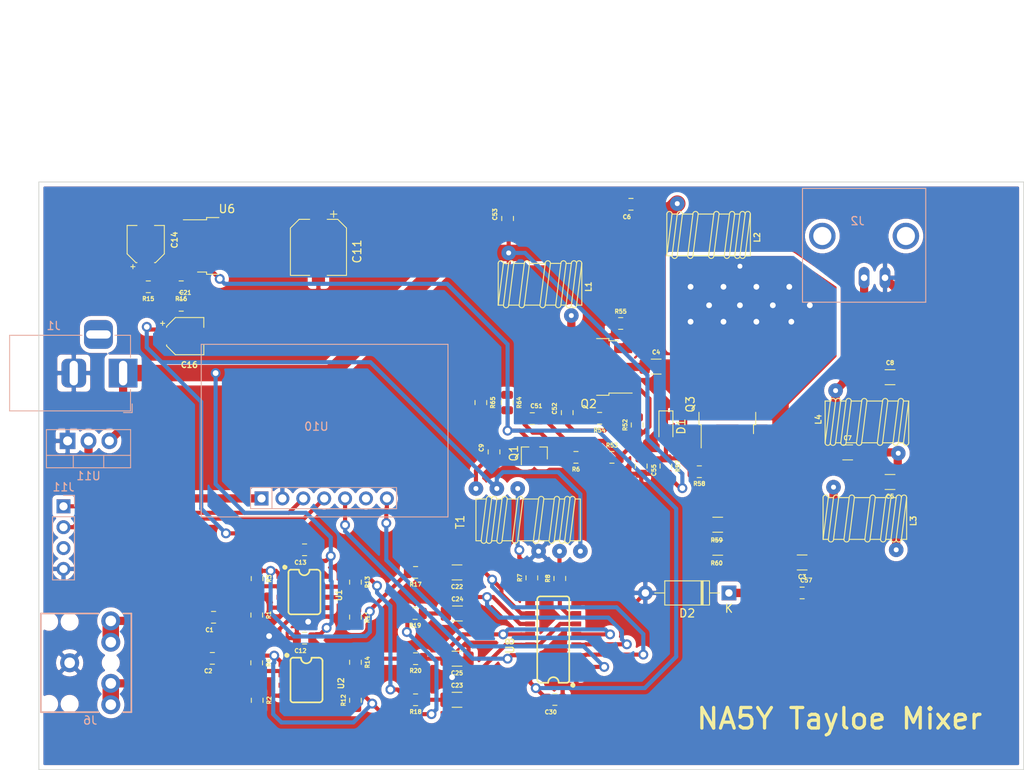
<source format=kicad_pcb>
(kicad_pcb (version 20171130) (host pcbnew "(5.1.5)-3")
  (layers (0 F.Cu signal) (31 B.Cu signal) (34 B.Paste user) (35 F.Paste user) (36 B.SilkS user) (37 F.SilkS user) (38 B.Mask user) (39 F.Mask user) (44 Edge.Cuts user))
  (net 0 "")
  (net 1 Q_Out)
  (net 2 "Net-(C1-Pad1)")
  (net 3 I_Out)
  (net 4 "Net-(C2-Pad1)")
  (net 5 GND)
  (net 6 +12V)
  (net 7 +5V)
  (net 8 +2V5)
  (net 9 0)
  (net 10 180)
  (net 11 90)
  (net 12 270)
  (net 13 "Net-(J11-Pad2)")
  (net 14 "Net-(J11-Pad1)")
  (net 15 "Net-(R1-Pad2)")
  (net 16 "Net-(R2-Pad2)")
  (net 17 "Net-(R11-Pad1)")
  (net 18 "Net-(R12-Pad1)")
  (net 19 "Net-(R11-Pad2)")
  (net 20 "Net-(R12-Pad2)")
  (net 21 "Net-(R13-Pad2)")
  (net 22 "Net-(R14-Pad2)")
  (net 23 LO_0)
  (net 24 LO_90)
  (net 25 +3V3)
  (net 26 "Net-(C3-Pad1)")
  (net 27 "Net-(C4-Pad2)")
  (net 28 "Net-(C4-Pad1)")
  (net 29 "Net-(C5-Pad1)")
  (net 30 "Net-(C51-Pad2)")
  (net 31 "Net-(C51-Pad1)")
  (net 32 "Net-(C52-Pad1)")
  (net 33 "Net-(C55-Pad1)")
  (net 34 "Net-(C57-Pad1)")
  (net 35 "Net-(Q2-Pad3)")
  (net 36 "Net-(Q3-Pad3)")
  (net 37 "Net-(C7-Pad1)")
  (net 38 "Net-(C9-Pad1)")
  (net 39 "Net-(C9-Pad2)")
  (net 40 "Net-(R7-Pad2)")
  (net 41 "Net-(R7-Pad1)")
  (net 42 "Net-(R8-Pad2)")
  (net 43 "Net-(R8-Pad1)")
  (module "Xenir:Resistor 0805" (layer F.Cu) (at 170.2 151 90)
    (fp_text reference R4 (at 0 4 90) (layer F.SilkS) (effects (font (size 0.5 0.5) (thickness 0.125))))
    (fp_text value 10k)
    (pad 2 smd roundrect (at 0.9375 2.54 90) (size 0.975 1.4) (layers F.Cu F.Paste F.Mask) (net 18 "Net-(R12-Pad1)"))
    (pad 1 smd roundrect (at -0.9375 2.54 90) (size 0.975 1.4) (layers F.Cu F.Paste F.Mask) (net 16 "Net-(R2-Pad2)"))
  )
  (module "Xenir:Resistor 0805" (layer F.Cu) (at 212.14 140.7375 270)
    (fp_text reference R8 (at 0 4 90) (layer F.SilkS) (effects (font (size 0.5 0.5) (thickness 0.125))))
    (fp_text value 49.9)
    (pad 2 smd roundrect (at 0.9375 2.54 270) (size 0.975 1.4) (layers F.Cu F.Paste F.Mask) (net 42 "Net-(R8-Pad2)"))
    (pad 1 smd roundrect (at -0.9375 2.54 270) (size 0.975 1.4) (layers F.Cu F.Paste F.Mask) (net 43 "Net-(R8-Pad1)"))
  )
  (module "Xenir:Resistor 0805" (layer F.Cu) (at 208.74 140.6625 270)
    (fp_text reference R7 (at 0 4 90) (layer F.SilkS) (effects (font (size 0.5 0.5) (thickness 0.125))))
    (fp_text value 49.9)
    (pad 2 smd roundrect (at 0.9375 2.54 270) (size 0.975 1.4) (layers F.Cu F.Paste F.Mask) (net 40 "Net-(R7-Pad2)"))
    (pad 1 smd roundrect (at -0.9375 2.54 270) (size 0.975 1.4) (layers F.Cu F.Paste F.Mask) (net 41 "Net-(R7-Pad1)"))
  )
  (module "Xenir:T50 Trifilar" (layer F.Cu) (at 196.98 133.88 90)
    (fp_text reference T1 (at 0 0.5 90) (layer F.SilkS))
    (fp_text value T50_SPLITTER)
    (pad C2B thru_hole circle (at -3.54 12.58 90) (size 1.778 1.778) (drill 0.6) (layers *.Cu *.Mask) (net 43 "Net-(R8-Pad1)"))
    (pad C3B thru_hole circle (at -3.54 15.12 90) (size 1.778 1.778) (drill 0.6) (layers *.Cu *.Mask) (net 8 +2V5))
    (pad C2A thru_hole circle (at 4.08 4.96 90) (size 1.778 1.778) (drill 0.6) (layers *.Cu *.Mask) (net 8 +2V5))
    (pad C1B thru_hole circle (at -3.54 10.04 90) (size 1.778 1.778) (drill 0.6) (layers *.Cu *.Mask) (net 5 GND))
    (pad C1A thru_hole circle (at 4.08 2.42 90) (size 1.778 1.778) (drill 0.6) (layers *.Cu *.Mask) (net 38 "Net-(C9-Pad1)"))
    (pad C3A thru_hole circle (at 4.08 7.5 90) (size 1.778 1.778) (drill 0.6) (layers *.Cu *.Mask) (net 41 "Net-(R7-Pad1)"))
  )
  (module "Xenir:Resistor 0805" (layer F.Cu) (at 197.46 119.3375 90)
    (fp_text reference R65 (at 0 4 90) (layer F.SilkS) (effects (font (size 0.5 0.5) (thickness 0.125))))
    (fp_text value 4.7k)
    (pad 2 smd roundrect (at 0.9375 2.54 90) (size 0.975 1.4) (layers F.Cu F.Paste F.Mask) (net 5 GND))
    (pad 1 smd roundrect (at -0.9375 2.54 90) (size 0.975 1.4) (layers F.Cu F.Paste F.Mask) (net 39 "Net-(C9-Pad2)"))
  )
  (module "Xenir:Resistor 0805" (layer F.Cu) (at 200.66 119.3375 90)
    (fp_text reference R64 (at 0 4 90) (layer F.SilkS) (effects (font (size 0.5 0.5) (thickness 0.125))))
    (fp_text value 4.7k)
    (pad 2 smd roundrect (at 0.9375 2.54 90) (size 0.975 1.4) (layers F.Cu F.Paste F.Mask) (net 39 "Net-(C9-Pad2)"))
    (pad 1 smd roundrect (at -0.9375 2.54 90) (size 0.975 1.4) (layers F.Cu F.Paste F.Mask) (net 7 +5V))
  )
  (module "Xenir:Capacitor 0805" (layer F.Cu) (at 199.06 125.3375 90)
    (fp_text reference C9 (at 0.5 1 90) (layer F.SilkS) (effects (font (size 0.5 0.5) (thickness 0.125))))
    (fp_text value .1uF)
    (pad 2 smd roundrect (at 0.9375 2.54 90) (size 0.975 1.4) (layers F.Cu F.Paste F.Mask) (net 39 "Net-(C9-Pad2)"))
    (pad 1 smd roundrect (at -0.9375 2.54 90) (size 0.975 1.4) (layers F.Cu F.Paste F.Mask) (net 38 "Net-(C9-Pad1)"))
  )
  (module "Xenir:Capacitor 1206" (layer F.Cu) (at 244.6 123.15)
    (fp_text reference C7 (at 0 0.5) (layer F.SilkS) (effects (font (size 0.5 0.5) (thickness 0.125))))
    (fp_text value 33p)
    (pad 2 smd roundrect (at 1.4 2.25) (size 1.25 1.75) (layers F.Cu F.Paste F.Mask) (roundrect_rratio 0.2) (net 29 "Net-(C5-Pad1)"))
    (pad 1 smd roundrect (at -1.4 2.25) (size 1.25 1.75) (layers F.Cu F.Paste F.Mask) (roundrect_rratio 0.2) (net 37 "Net-(C7-Pad1)"))
  )
  (module "Xenir:Resistor 1206" (layer F.Cu) (at 228.673 139.377 180)
    (fp_text reference R60 (at 0 0.5) (layer F.SilkS) (effects (font (size 0.499872 0.499872) (thickness 0.124968))))
    (fp_text value 1)
    (pad 2 smd roundrect (at 1.273 2.377 180) (size 1.25 1.75) (layers F.Cu F.Paste F.Mask) (roundrect_rratio 0.2) (net 5 GND))
    (pad 1 smd roundrect (at -1.527 2.377 180) (size 1.25 1.75) (layers F.Cu F.Paste F.Mask) (roundrect_rratio 0.2) (net 36 "Net-(Q3-Pad3)"))
  )
  (module "Xenir:Resistor 1206" (layer F.Cu) (at 228.673 136.577 180)
    (fp_text reference R59 (at 0 0.5) (layer F.SilkS) (effects (font (size 0.499872 0.499872) (thickness 0.124968))))
    (fp_text value 1)
    (pad 2 smd roundrect (at 1.273 2.377 180) (size 1.25 1.75) (layers F.Cu F.Paste F.Mask) (roundrect_rratio 0.2) (net 5 GND))
    (pad 1 smd roundrect (at -1.527 2.377 180) (size 1.25 1.75) (layers F.Cu F.Paste F.Mask) (roundrect_rratio 0.2) (net 36 "Net-(Q3-Pad3)"))
  )
  (module "Xenir:Capacitor 1206" (layer F.Cu) (at 249.75 114)
    (fp_text reference C8 (at 0 0.5) (layer F.SilkS) (effects (font (size 0.5 0.5) (thickness 0.125))))
    (fp_text value 330pF)
    (pad 2 smd roundrect (at 1.4 2.25) (size 1.25 1.75) (layers F.Cu F.Paste F.Mask) (roundrect_rratio 0.2) (net 5 GND))
    (pad 1 smd roundrect (at -1.4 2.25) (size 1.25 1.75) (layers F.Cu F.Paste F.Mask) (roundrect_rratio 0.2) (net 37 "Net-(C7-Pad1)"))
  )
  (module "Xenir:Capacitor 1206" (layer F.Cu) (at 249.75 131.25 180)
    (fp_text reference C5 (at 0 0.5) (layer F.SilkS) (effects (font (size 0.5 0.5) (thickness 0.125))))
    (fp_text value 470pF)
    (pad 2 smd roundrect (at 1.4 2.25 180) (size 1.25 1.75) (layers F.Cu F.Paste F.Mask) (roundrect_rratio 0.2) (net 5 GND))
    (pad 1 smd roundrect (at -1.4 2.25 180) (size 1.25 1.75) (layers F.Cu F.Paste F.Mask) (roundrect_rratio 0.2) (net 29 "Net-(C5-Pad1)"))
  )
  (module "Xenir:Capacitor 1206" (layer F.Cu) (at 221.3125 112.71)
    (fp_text reference C4 (at 0 0.5) (layer F.SilkS) (effects (font (size 0.5 0.5) (thickness 0.125))))
    (fp_text value 150pF)
    (pad 2 smd roundrect (at 1.4 2.25) (size 1.25 1.75) (layers F.Cu F.Paste F.Mask) (roundrect_rratio 0.2) (net 27 "Net-(C4-Pad2)"))
    (pad 1 smd roundrect (at -1.4 2.25) (size 1.25 1.75) (layers F.Cu F.Paste F.Mask) (roundrect_rratio 0.2) (net 28 "Net-(C4-Pad1)"))
  )
  (module "Xenir:Capacitor 1206" (layer F.Cu) (at 239.0625 141.04 180)
    (fp_text reference C3 (at 0 0.5) (layer F.SilkS) (effects (font (size 0.5 0.5) (thickness 0.125))))
    (fp_text value 220pF)
    (pad 2 smd roundrect (at 1.4 2.25 180) (size 1.25 1.75) (layers F.Cu F.Paste F.Mask) (roundrect_rratio 0.2) (net 5 GND))
    (pad 1 smd roundrect (at -1.4 2.25 180) (size 1.25 1.75) (layers F.Cu F.Paste F.Mask) (roundrect_rratio 0.2) (net 26 "Net-(C3-Pad1)"))
  )
  (module "Xenir:Capacitor 0805" (layer F.Cu) (at 167.35 153 180)
    (fp_text reference C2 (at 0.5 1) (layer F.SilkS) (effects (font (size 0.5 0.5) (thickness 0.125))))
    (fp_text value .1uF)
    (pad 2 smd roundrect (at 0.9375 2.54 180) (size 0.975 1.4) (layers F.Cu F.Paste F.Mask) (net 3 I_Out))
    (pad 1 smd roundrect (at -0.9375 2.54 180) (size 0.975 1.4) (layers F.Cu F.Paste F.Mask) (net 4 "Net-(C2-Pad1)"))
  )
  (module "Xenir:Capacitor 0805" (layer F.Cu) (at 167.5 148 180)
    (fp_text reference C1 (at 0.5 1) (layer F.SilkS) (effects (font (size 0.5 0.5) (thickness 0.125))))
    (fp_text value .1uF)
    (pad 2 smd roundrect (at 0.9375 2.54 180) (size 0.975 1.4) (layers F.Cu F.Paste F.Mask) (net 1 Q_Out))
    (pad 1 smd roundrect (at -0.9375 2.54 180) (size 0.975 1.4) (layers F.Cu F.Paste F.Mask) (net 2 "Net-(C1-Pad1)"))
  )
  (module "Xenir:Capacitor 1206" (layer F.Cu) (at 197.1 153.25)
    (fp_text reference C23 (at 0 0.5) (layer F.SilkS) (effects (font (size 0.5 0.5) (thickness 0.125))))
    (fp_text value .022uF)
    (pad 2 smd roundrect (at 1.4 2.25) (size 1.25 1.75) (layers F.Cu F.Paste F.Mask) (roundrect_rratio 0.2) (net 5 GND))
    (pad 1 smd roundrect (at -1.4 2.25) (size 1.25 1.75) (layers F.Cu F.Paste F.Mask) (roundrect_rratio 0.2) (net 10 180))
  )
  (module "Xenir:Resistor 0805" (layer F.Cu) (at 170.26 155.5625 90)
    (fp_text reference R2 (at 0 4 90) (layer F.SilkS) (effects (font (size 0.5 0.5) (thickness 0.125))))
    (fp_text value 10k)
    (pad 2 smd roundrect (at 0.9375 2.54 90) (size 0.975 1.4) (layers F.Cu F.Paste F.Mask) (net 16 "Net-(R2-Pad2)"))
    (pad 1 smd roundrect (at -0.9375 2.54 90) (size 0.975 1.4) (layers F.Cu F.Paste F.Mask) (net 4 "Net-(C2-Pad1)"))
  )
  (module Package_TO_SOT_SMD:TO-252-2 (layer F.Cu) (at 229.97 119.55 90)
    (fp_text reference Q3 (at 0 -4.5 90) (layer F.SilkS))
    (fp_text value 2SC5706)
    (pad 2 smd rect (at 2.1 0 90) (size 6.4 5.8) (layers F.Cu F.Mask) (net 34 "Net-(C57-Pad1)"))
    (pad 3 smd rect (at -4.2 2.28 90) (size 2.2 1.2) (layers F.Cu F.Paste F.Mask) (net 36 "Net-(Q3-Pad3)"))
    (pad 1 smd rect (at -4.2 -2.28 90) (size 2.2 1.2) (layers F.Cu F.Paste F.Mask) (net 27 "Net-(C4-Pad2)"))
  )
  (module Package_TO_SOT_SMD:TO-252-2 (layer F.Cu) (at 213.1 115 180)
    (fp_text reference Q2 (at 0 -4.5) (layer F.SilkS))
    (fp_text value 2SC5706)
    (pad 2 smd rect (at 2.1 0 180) (size 6.4 5.8) (layers F.Cu F.Mask) (net 28 "Net-(C4-Pad1)"))
    (pad 3 smd rect (at -4.2 2.28 180) (size 2.2 1.2) (layers F.Cu F.Paste F.Mask) (net 35 "Net-(Q2-Pad3)"))
    (pad 1 smd rect (at -4.2 -2.28 180) (size 2.2 1.2) (layers F.Cu F.Paste F.Mask) (net 30 "Net-(C51-Pad2)"))
  )
  (module "Xenir:Resistor 0805" (layer F.Cu) (at 226.5625 125.21)
    (fp_text reference R58 (at 0 4) (layer F.SilkS) (effects (font (size 0.5 0.5) (thickness 0.125))))
    (fp_text value 100)
    (pad 2 smd roundrect (at 0.9375 2.54) (size 0.975 1.4) (layers F.Cu F.Paste F.Mask) (net 27 "Net-(C4-Pad2)"))
    (pad 1 smd roundrect (at -0.9375 2.54) (size 0.975 1.4) (layers F.Cu F.Paste F.Mask) (net 33 "Net-(C55-Pad1)"))
  )
  (module "Xenir:Resistor 0805" (layer F.Cu) (at 219.96 127.0625 90)
    (fp_text reference R57 (at 0 4 90) (layer F.SilkS) (effects (font (size 0.5 0.5) (thickness 0.125))))
    (fp_text value 1k)
    (pad 2 smd roundrect (at 0.9375 2.54 90) (size 0.975 1.4) (layers F.Cu F.Paste F.Mask) (net 33 "Net-(C55-Pad1)"))
    (pad 1 smd roundrect (at -0.9375 2.54 90) (size 0.975 1.4) (layers F.Cu F.Paste F.Mask) (net 6 +12V))
  )
  (module "Xenir:Resistor 0805" (layer F.Cu) (at 217 112.25 180)
    (fp_text reference R55 (at 0 4) (layer F.SilkS) (effects (font (size 0.5 0.5) (thickness 0.125))))
    (fp_text value 10)
    (pad 2 smd roundrect (at 0.9375 2.54 180) (size 0.975 1.4) (layers F.Cu F.Paste F.Mask) (net 5 GND))
    (pad 1 smd roundrect (at -0.9375 2.54 180) (size 0.975 1.4) (layers F.Cu F.Paste F.Mask) (net 35 "Net-(Q2-Pad3)"))
  )
  (module "Xenir:Resistor 0805" (layer F.Cu) (at 214.4375 118.71)
    (fp_text reference R54 (at 0 4) (layer F.SilkS) (effects (font (size 0.5 0.5) (thickness 0.125))))
    (fp_text value 10k)
    (pad 2 smd roundrect (at 0.9375 2.54) (size 0.975 1.4) (layers F.Cu F.Paste F.Mask) (net 32 "Net-(C52-Pad1)"))
    (pad 1 smd roundrect (at -0.9375 2.54) (size 0.975 1.4) (layers F.Cu F.Paste F.Mask) (net 28 "Net-(C4-Pad1)"))
  )
  (module "Xenir:Resistor 0805" (layer F.Cu) (at 215.9375 128.54 180)
    (fp_text reference R53 (at 0 4) (layer F.SilkS) (effects (font (size 0.5 0.5) (thickness 0.125))))
    (fp_text value 1k)
    (pad 2 smd roundrect (at 0.9375 2.54 180) (size 0.975 1.4) (layers F.Cu F.Paste F.Mask) (net 5 GND))
    (pad 1 smd roundrect (at -0.9375 2.54 180) (size 0.975 1.4) (layers F.Cu F.Paste F.Mask) (net 30 "Net-(C51-Pad2)"))
  )
  (module "Xenir:Resistor 0805" (layer F.Cu) (at 221.54 122.0625 270)
    (fp_text reference R52 (at 0 4 90) (layer F.SilkS) (effects (font (size 0.5 0.5) (thickness 0.125))))
    (fp_text value 1k)
    (pad 2 smd roundrect (at 0.9375 2.54 270) (size 0.975 1.4) (layers F.Cu F.Paste F.Mask) (net 30 "Net-(C51-Pad2)"))
    (pad 1 smd roundrect (at -0.9375 2.54 270) (size 0.975 1.4) (layers F.Cu F.Paste F.Mask) (net 32 "Net-(C52-Pad1)"))
  )
  (module Xenir:T37_Inductor (layer F.Cu) (at 239.94 121.69 90)
    (fp_text reference L4 (at 0.3 1.1 90) (layer F.SilkS) (effects (font (size 0.7 0.7))))
    (fp_text value "11T T37-6")
    (pad 1 thru_hole circle (at -3.81 10.81 90) (size 1.778 1.778) (drill 0.6) (layers *.Cu *.Mask) (net 29 "Net-(C5-Pad1)"))
    (pad 2 thru_hole circle (at 3.81 3.19 90) (size 1.778 1.778) (drill 0.6) (layers *.Cu *.Mask) (net 37 "Net-(C7-Pad1)"))
  )
  (module Xenir:T37_Inductor (layer F.Cu) (at 253.69 133.44 270)
    (fp_text reference L3 (at 0.3 1.1 90) (layer F.SilkS) (effects (font (size 0.7 0.7))))
    (fp_text value "10T T37-6")
    (pad 1 thru_hole circle (at -3.81 10.81 270) (size 1.778 1.778) (drill 0.6) (layers *.Cu *.Mask) (net 26 "Net-(C3-Pad1)"))
    (pad 2 thru_hole circle (at 3.81 3.19 270) (size 1.778 1.778) (drill 0.6) (layers *.Cu *.Mask) (net 29 "Net-(C5-Pad1)"))
  )
  (module Xenir:T37_Inductor (layer F.Cu) (at 234.69 98.94 270)
    (fp_text reference L2 (at 0.3 1.1 90) (layer F.SilkS) (effects (font (size 0.7 0.7))))
    (fp_text value Inductor)
    (pad 1 thru_hole circle (at -3.81 10.81 270) (size 1.778 1.778) (drill 0.6) (layers *.Cu *.Mask) (net 6 +12V))
    (pad 2 thru_hole circle (at 3.81 3.19 270) (size 1.778 1.778) (drill 0.6) (layers *.Cu *.Mask) (net 34 "Net-(C57-Pad1)"))
  )
  (module Xenir:T37_Inductor (layer F.Cu) (at 214.19 104.94 270)
    (fp_text reference L1 (at 0.3 1.1 90) (layer F.SilkS) (effects (font (size 0.7 0.7))))
    (fp_text value Inductor)
    (pad 1 thru_hole circle (at -3.81 10.81 270) (size 1.778 1.778) (drill 0.6) (layers *.Cu *.Mask) (net 6 +12V))
    (pad 2 thru_hole circle (at 3.81 3.19 270) (size 1.778 1.778) (drill 0.6) (layers *.Cu *.Mask) (net 28 "Net-(C4-Pad1)"))
  )
  (module Xenir:BNC (layer B.Cu) (at 246.5 100.25 180)
    (fp_text reference J2 (at 0.7 3) (layer B.SilkS) (effects (justify mirror)))
    (fp_text value BNC)
    (pad S thru_hole oval (at -0.1 -3.9 90) (size 2.616 1.308) (drill 0.8) (layers *.Cu *.Mask) (net 37 "Net-(C7-Pad1)"))
    (pad GND thru_hole oval (at -2.64 -3.9 90) (size 2.616 1.308) (drill 0.8) (layers *.Cu *.Mask) (net 5 GND))
    (pad 3 thru_hole circle (at -5.18 1.18 180) (size 3.216 3.216) (drill 2.2) (layers *.Cu *.Mask))
    (pad 4 thru_hole circle (at 4.98 1.18 180) (size 3.216 3.216) (drill 2.2) (layers *.Cu *.Mask))
  )
  (module Diode_THT:D_A-405_P10.16mm_Horizontal (layer F.Cu) (at 230.16 142.5 180)
    (fp_text reference D2 (at 5.08 -2.47) (layer F.SilkS))
    (fp_text value D_Zener)
    (fp_text user K (at 0 -1.9) (layer F.SilkS))
    (pad 2 thru_hole oval (at 10.16 0 180) (size 1.8 1.8) (drill 0.9) (layers *.Cu *.Mask) (net 5 GND))
    (pad 1 thru_hole rect (at 0 0 180) (size 1.8 1.8) (drill 0.9) (layers *.Cu *.Mask) (net 34 "Net-(C57-Pad1)"))
  )
  (module Diode_SMD:D_SOD-323_HandSoldering (layer F.Cu) (at 222.5 122.25 270)
    (fp_text reference D1 (at 0 -1.85 90) (layer F.SilkS))
    (fp_text value 1N914)
    (pad 2 smd rect (at 1.25 0 270) (size 1 1) (layers F.Cu F.Paste F.Mask) (net 33 "Net-(C55-Pad1)"))
    (pad 1 smd rect (at -1.25 0 270) (size 1 1) (layers F.Cu F.Paste F.Mask) (net 5 GND))
  )
  (module "Xenir:Capacitor 0805" (layer F.Cu) (at 239.0625 139.96)
    (fp_text reference C57 (at 0.5 1) (layer F.SilkS) (effects (font (size 0.5 0.5) (thickness 0.125))))
    (fp_text value .1uF)
    (pad 2 smd roundrect (at 0.9375 2.54) (size 0.975 1.4) (layers F.Cu F.Paste F.Mask) (net 26 "Net-(C3-Pad1)"))
    (pad 1 smd roundrect (at -0.9375 2.54) (size 0.975 1.4) (layers F.Cu F.Paste F.Mask) (net 34 "Net-(C57-Pad1)"))
  )
  (module "Xenir:Capacitor 0805" (layer F.Cu) (at 222.04 127.0625 270)
    (fp_text reference C55 (at 0.5 1 90) (layer F.SilkS) (effects (font (size 0.5 0.5) (thickness 0.125))))
    (fp_text value .1uF)
    (pad 2 smd roundrect (at 0.9375 2.54 270) (size 0.975 1.4) (layers F.Cu F.Paste F.Mask) (net 5 GND))
    (pad 1 smd roundrect (at -0.9375 2.54 270) (size 0.975 1.4) (layers F.Cu F.Paste F.Mask) (net 33 "Net-(C55-Pad1)"))
  )
  (module "Xenir:Capacitor 0805" (layer F.Cu) (at 200.71 96.9375 90)
    (fp_text reference C53 (at 0.5 1 90) (layer F.SilkS) (effects (font (size 0.5 0.5) (thickness 0.125))))
    (fp_text value .1uF)
    (pad 2 smd roundrect (at 0.9375 2.54 90) (size 0.975 1.4) (layers F.Cu F.Paste F.Mask) (net 5 GND))
    (pad 1 smd roundrect (at -0.9375 2.54 90) (size 0.975 1.4) (layers F.Cu F.Paste F.Mask) (net 6 +12V))
  )
  (module "Xenir:Capacitor 0805" (layer F.Cu) (at 207.96 120.5625 90)
    (fp_text reference C52 (at 0.5 1 90) (layer F.SilkS) (effects (font (size 0.5 0.5) (thickness 0.125))))
    (fp_text value .1uF)
    (pad 2 smd roundrect (at 0.9375 2.54 90) (size 0.975 1.4) (layers F.Cu F.Paste F.Mask) (net 28 "Net-(C4-Pad1)"))
    (pad 1 smd roundrect (at -0.9375 2.54 90) (size 0.975 1.4) (layers F.Cu F.Paste F.Mask) (net 32 "Net-(C52-Pad1)"))
  )
  (module "Xenir:Capacitor 0805" (layer F.Cu) (at 206.25 118.75)
    (fp_text reference C51 (at 0.5 1) (layer F.SilkS) (effects (font (size 0.5 0.5) (thickness 0.125))))
    (fp_text value .1uF)
    (pad 2 smd roundrect (at 0.9375 2.54) (size 0.975 1.4) (layers F.Cu F.Paste F.Mask) (net 30 "Net-(C51-Pad2)"))
    (pad 1 smd roundrect (at -0.9375 2.54) (size 0.975 1.4) (layers F.Cu F.Paste F.Mask) (net 31 "Net-(C51-Pad1)"))
  )
  (module "Xenir:Capacitor 0805" (layer F.Cu) (at 218.25 97.75 180)
    (fp_text reference C6 (at 0.5 1) (layer F.SilkS) (effects (font (size 0.5 0.5) (thickness 0.125))))
    (fp_text value .1uF)
    (pad 2 smd roundrect (at 0.9375 2.54 180) (size 0.975 1.4) (layers F.Cu F.Paste F.Mask) (net 5 GND))
    (pad 1 smd roundrect (at -0.9375 2.54 180) (size 0.975 1.4) (layers F.Cu F.Paste F.Mask) (net 6 +12V))
  )
  (module Package_TO_SOT_THT:TO-220-3_Vertical (layer B.Cu) (at 149.75 124)
    (fp_text reference U11 (at 2.54 4.27) (layer B.SilkS) (effects (justify mirror)))
    (fp_text value LD33V)
    (pad 3 thru_hole oval (at 5.08 0) (size 1.905 2) (drill 1.1) (layers *.Cu *.Mask) (net 6 +12V))
    (pad 2 thru_hole oval (at 2.54 0) (size 1.905 2) (drill 1.1) (layers *.Cu *.Mask) (net 25 +3V3))
    (pad 1 thru_hole rect (at 0 0) (size 1.905 2) (drill 1.1) (layers *.Cu *.Mask) (net 5 GND))
  )
  (module Xenir:si5351 (layer B.Cu) (at 196 133.25 180)
    (fp_text reference U10 (at 16 11) (layer B.SilkS) (effects (justify mirror)))
    (fp_text value si5351)
    (pad 2 thru_hole oval (at 12.51 2.25 270) (size 1.7 1.7) (drill 1) (layers *.Cu *.Mask) (net 23 LO_0))
    (pad SDA thru_hole oval (at 17.59 2.25 270) (size 1.7 1.7) (drill 1) (layers *.Cu *.Mask) (net 14 "Net-(J11-Pad1)"))
    (pad VIN thru_hole rect (at 22.67 2.25 270) (size 1.7 1.7) (drill 1) (layers *.Cu *.Mask) (net 25 +3V3))
    (pad SCL thru_hole oval (at 15.05 2.25 270) (size 1.7 1.7) (drill 1) (layers *.Cu *.Mask) (net 13 "Net-(J11-Pad2)"))
    (pad 1 thru_hole oval (at 9.97 2.25 270) (size 1.7 1.7) (drill 1) (layers *.Cu *.Mask))
    (pad GND thru_hole oval (at 20.13 2.25 270) (size 1.7 1.7) (drill 1) (layers *.Cu *.Mask) (net 5 GND))
    (pad 0 thru_hole oval (at 7.43 2.25 270) (size 1.7 1.7) (drill 1) (layers *.Cu *.Mask) (net 24 LO_90))
  )
  (module Xenir:SO16 (layer F.Cu) (at 203.05 148.925 90)
    (fp_text reference U8 (at 0 0.5 90) (layer F.SilkS))
    (fp_text value FST3253)
    (pad 14 smd rect (at -1.155 2.95 90) (size 0.6 1.2) (layers F.Cu F.Paste F.Mask) (net 23 LO_0))
    (pad 15 smd rect (at -2.425 2.95 90) (size 0.6 1.2) (layers F.Cu F.Paste F.Mask) (net 5 GND))
    (pad 16 smd rect (at -3.695 2.95 90) (size 0.6 1.2) (layers F.Cu F.Paste F.Mask) (net 7 +5V))
    (pad 5 smd rect (at 1.385 8.55 90) (size 0.6 1.2) (layers F.Cu F.Paste F.Mask) (net 12 270))
    (pad 1 smd rect (at -3.695 8.55 90) (size 0.6 1.2) (layers F.Cu F.Paste F.Mask) (net 5 GND))
    (pad 2 smd rect (at -2.425 8.55 90) (size 0.6 1.2) (layers F.Cu F.Paste F.Mask) (net 24 LO_90))
    (pad 3 smd rect (at -1.155 8.55 90) (size 0.6 1.2) (layers F.Cu F.Paste F.Mask) (net 9 0))
    (pad 4 smd rect (at 0.115 8.55 90) (size 0.6 1.2) (layers F.Cu F.Paste F.Mask) (net 11 90))
    (pad 6 smd rect (at 2.655 8.55 90) (size 0.6 1.2) (layers F.Cu F.Paste F.Mask) (net 10 180))
    (pad 7 smd rect (at 3.925 8.55 90) (size 0.6 1.2) (layers F.Cu F.Paste F.Mask) (net 42 "Net-(R8-Pad2)"))
    (pad 9 smd rect (at 5.195 2.95 90) (size 0.6 1.2) (layers F.Cu F.Paste F.Mask) (net 40 "Net-(R7-Pad2)"))
    (pad 10 smd rect (at 3.925 2.95 90) (size 0.6 1.2) (layers F.Cu F.Paste F.Mask) (net 9 0))
    (pad 11 smd rect (at 2.655 2.95 90) (size 0.6 1.2) (layers F.Cu F.Paste F.Mask) (net 11 90))
    (pad 13 smd rect (at 0.115 2.95 90) (size 0.6 1.2) (layers F.Cu F.Paste F.Mask) (net 10 180))
    (pad 8 smd rect (at 5.195 8.55 90) (size 0.6 1.2) (layers F.Cu F.Paste F.Mask) (net 5 GND))
    (pad 12 smd rect (at 1.385 2.95 90) (size 0.6 1.2) (layers F.Cu F.Paste F.Mask) (net 12 270))
  )
  (module Package_TO_SOT_SMD:TO-252-3_TabPin2 (layer F.Cu) (at 169.12 100.275)
    (fp_text reference U6 (at 0 -4.5) (layer F.SilkS))
    (fp_text value MCP1703A-2502_SOT223)
    (pad 2 smd rect (at 2.1 0) (size 6.4 5.8) (layers F.Cu F.Mask) (net 5 GND))
    (pad 3 smd rect (at -4.2 2.28) (size 2.2 1.2) (layers F.Cu F.Paste F.Mask) (net 7 +5V))
    (pad 2 smd rect (at -4.2 0) (size 2.2 1.2) (layers F.Cu F.Paste F.Mask) (net 5 GND))
    (pad 1 smd rect (at -4.2 -2.28) (size 2.2 1.2) (layers F.Cu F.Paste F.Mask) (net 6 +12V))
  )
  (module Xenir:SO08 (layer F.Cu) (at 184.3 153.095 270)
    (fp_text reference U2 (at 0.4 1.3 90) (layer F.SilkS) (effects (font (size 0.7 0.7))))
    (fp_text value LM358)
    (pad 3 smd rect (at 0.635 8.3 270) (size 0.6 1.2) (layers F.Cu F.Paste F.Mask) (net 8 +2V5))
    (pad 5 smd rect (at 1.905 2.7 270) (size 0.6 1.2) (layers F.Cu F.Paste F.Mask) (net 8 +2V5))
    (pad 7 smd rect (at -0.635 2.7 270) (size 0.6 1.2) (layers F.Cu F.Paste F.Mask) (net 22 "Net-(R14-Pad2)"))
    (pad 1 smd rect (at -1.905 8.3 270) (size 0.6 1.2) (layers F.Cu F.Paste F.Mask) (net 18 "Net-(R12-Pad1)"))
    (pad 6 smd rect (at 0.635 2.7 270) (size 0.6 1.2) (layers F.Cu F.Paste F.Mask) (net 20 "Net-(R12-Pad2)"))
    (pad 8 smd rect (at -1.905 2.7 270) (size 0.6 1.2) (layers F.Cu F.Paste F.Mask) (net 6 +12V))
    (pad 4 smd rect (at 1.905 8.3 270) (size 0.6 1.2) (layers F.Cu F.Paste F.Mask) (net 5 GND))
    (pad 2 smd rect (at -0.635 8.3 270) (size 0.6 1.2) (layers F.Cu F.Paste F.Mask) (net 16 "Net-(R2-Pad2)"))
  )
  (module Xenir:SO08 (layer F.Cu) (at 184.05 142.385 270)
    (fp_text reference U1 (at 0.4 1.3 90) (layer F.SilkS) (effects (font (size 0.7 0.7))))
    (fp_text value LM358)
    (pad 3 smd rect (at 0.635 8.3 270) (size 0.6 1.2) (layers F.Cu F.Paste F.Mask) (net 8 +2V5))
    (pad 5 smd rect (at 1.905 2.7 270) (size 0.6 1.2) (layers F.Cu F.Paste F.Mask) (net 8 +2V5))
    (pad 7 smd rect (at -0.635 2.7 270) (size 0.6 1.2) (layers F.Cu F.Paste F.Mask) (net 21 "Net-(R13-Pad2)"))
    (pad 1 smd rect (at -1.905 8.3 270) (size 0.6 1.2) (layers F.Cu F.Paste F.Mask) (net 17 "Net-(R11-Pad1)"))
    (pad 6 smd rect (at 0.635 2.7 270) (size 0.6 1.2) (layers F.Cu F.Paste F.Mask) (net 19 "Net-(R11-Pad2)"))
    (pad 8 smd rect (at -1.905 2.7 270) (size 0.6 1.2) (layers F.Cu F.Paste F.Mask) (net 6 +12V))
    (pad 4 smd rect (at 1.905 8.3 270) (size 0.6 1.2) (layers F.Cu F.Paste F.Mask) (net 5 GND))
    (pad 2 smd rect (at -0.635 8.3 270) (size 0.6 1.2) (layers F.Cu F.Paste F.Mask) (net 15 "Net-(R1-Pad2)"))
  )
  (module "Xenir:Resistor 0805" (layer F.Cu) (at 192.0625 147.96)
    (fp_text reference R20 (at 0 4) (layer F.SilkS) (effects (font (size 0.5 0.5) (thickness 0.125))))
    (fp_text value 49.9)
    (pad 2 smd roundrect (at 0.9375 2.54) (size 0.975 1.4) (layers F.Cu F.Paste F.Mask) (net 12 270))
    (pad 1 smd roundrect (at -0.9375 2.54) (size 0.975 1.4) (layers F.Cu F.Paste F.Mask) (net 22 "Net-(R14-Pad2)"))
  )
  (module "Xenir:Resistor 0805" (layer F.Cu) (at 192 142.46)
    (fp_text reference R19 (at 0 4) (layer F.SilkS) (effects (font (size 0.5 0.5) (thickness 0.125))))
    (fp_text value 49.9)
    (pad 2 smd roundrect (at 0.9375 2.54) (size 0.975 1.4) (layers F.Cu F.Paste F.Mask) (net 11 90))
    (pad 1 smd roundrect (at -0.9375 2.54) (size 0.975 1.4) (layers F.Cu F.Paste F.Mask) (net 18 "Net-(R12-Pad1)"))
  )
  (module "Xenir:Resistor 0805" (layer F.Cu) (at 192.0625 152.96)
    (fp_text reference R18 (at 0 4) (layer F.SilkS) (effects (font (size 0.5 0.5) (thickness 0.125))))
    (fp_text value 49.9)
    (pad 2 smd roundrect (at 0.9375 2.54) (size 0.975 1.4) (layers F.Cu F.Paste F.Mask) (net 10 180))
    (pad 1 smd roundrect (at -0.9375 2.54) (size 0.975 1.4) (layers F.Cu F.Paste F.Mask) (net 21 "Net-(R13-Pad2)"))
  )
  (module "Xenir:Resistor 0805" (layer F.Cu) (at 192.0625 137.46)
    (fp_text reference R17 (at 0 4) (layer F.SilkS) (effects (font (size 0.5 0.5) (thickness 0.125))))
    (fp_text value 49.9)
    (pad 2 smd roundrect (at 0.9375 2.54) (size 0.975 1.4) (layers F.Cu F.Paste F.Mask) (net 9 0))
    (pad 1 smd roundrect (at -0.9375 2.54) (size 0.975 1.4) (layers F.Cu F.Paste F.Mask) (net 17 "Net-(R11-Pad1)"))
  )
  (module "Xenir:Resistor 0805" (layer F.Cu) (at 163.5625 102.71)
    (fp_text reference R16 (at 0 4) (layer F.SilkS) (effects (font (size 0.5 0.5) (thickness 0.125))))
    (fp_text value 10k)
    (pad 2 smd roundrect (at 0.9375 2.54) (size 0.975 1.4) (layers F.Cu F.Paste F.Mask) (net 5 GND))
    (pad 1 smd roundrect (at -0.9375 2.54) (size 0.975 1.4) (layers F.Cu F.Paste F.Mask) (net 8 +2V5))
  )
  (module "Xenir:Resistor 0805" (layer F.Cu) (at 159.5625 102.71)
    (fp_text reference R15 (at 0 4) (layer F.SilkS) (effects (font (size 0.5 0.5) (thickness 0.125))))
    (fp_text value 10k)
    (pad 2 smd roundrect (at 0.9375 2.54) (size 0.975 1.4) (layers F.Cu F.Paste F.Mask) (net 8 +2V5))
    (pad 1 smd roundrect (at -0.9375 2.54) (size 0.975 1.4) (layers F.Cu F.Paste F.Mask) (net 7 +5V))
  )
  (module "Xenir:Resistor 0805" (layer F.Cu) (at 182.21 150.9375 90)
    (fp_text reference R14 (at 0 4 90) (layer F.SilkS) (effects (font (size 0.5 0.5) (thickness 0.125))))
    (fp_text value 10k)
    (pad 2 smd roundrect (at 0.9375 2.54 90) (size 0.975 1.4) (layers F.Cu F.Paste F.Mask) (net 22 "Net-(R14-Pad2)"))
    (pad 1 smd roundrect (at -0.9375 2.54 90) (size 0.975 1.4) (layers F.Cu F.Paste F.Mask) (net 20 "Net-(R12-Pad2)"))
  )
  (module "Xenir:Resistor 0805" (layer F.Cu) (at 182.21 141.1875 90)
    (fp_text reference R13 (at 0 4 90) (layer F.SilkS) (effects (font (size 0.5 0.5) (thickness 0.125))))
    (fp_text value 10k)
    (pad 2 smd roundrect (at 0.9375 2.54 90) (size 0.975 1.4) (layers F.Cu F.Paste F.Mask) (net 21 "Net-(R13-Pad2)"))
    (pad 1 smd roundrect (at -0.9375 2.54 90) (size 0.975 1.4) (layers F.Cu F.Paste F.Mask) (net 19 "Net-(R11-Pad2)"))
  )
  (module "Xenir:Resistor 0805" (layer F.Cu) (at 187.29 155.5625 270)
    (fp_text reference R12 (at 0 4 90) (layer F.SilkS) (effects (font (size 0.5 0.5) (thickness 0.125))))
    (fp_text value 10k)
    (pad 2 smd roundrect (at 0.9375 2.54 270) (size 0.975 1.4) (layers F.Cu F.Paste F.Mask) (net 20 "Net-(R12-Pad2)"))
    (pad 1 smd roundrect (at -0.9375 2.54 270) (size 0.975 1.4) (layers F.Cu F.Paste F.Mask) (net 18 "Net-(R12-Pad1)"))
  )
  (module "Xenir:Resistor 0805" (layer F.Cu) (at 182.21 145.4375 90)
    (fp_text reference R11 (at 0 4 90) (layer F.SilkS) (effects (font (size 0.5 0.5) (thickness 0.125))))
    (fp_text value 10k)
    (pad 2 smd roundrect (at 0.9375 2.54 90) (size 0.975 1.4) (layers F.Cu F.Paste F.Mask) (net 19 "Net-(R11-Pad2)"))
    (pad 1 smd roundrect (at -0.9375 2.54 90) (size 0.975 1.4) (layers F.Cu F.Paste F.Mask) (net 17 "Net-(R11-Pad1)"))
  )
  (module "Xenir:Resistor 0805" (layer F.Cu) (at 211.5625 123.46)
    (fp_text reference R6 (at 0 4) (layer F.SilkS) (effects (font (size 0.5 0.5) (thickness 0.125))))
    (fp_text value 100)
    (pad 2 smd roundrect (at 0.9375 2.54) (size 0.975 1.4) (layers F.Cu F.Paste F.Mask) (net 5 GND))
    (pad 1 smd roundrect (at -0.9375 2.54) (size 0.975 1.4) (layers F.Cu F.Paste F.Mask) (net 31 "Net-(C51-Pad1)"))
  )
  (module "Xenir:Resistor 0805" (layer F.Cu) (at 170.25 140.75 90)
    (fp_text reference R3 (at 0 4 90) (layer F.SilkS) (effects (font (size 0.5 0.5) (thickness 0.125))))
    (fp_text value 10k)
    (pad 2 smd roundrect (at 0.9375 2.54 90) (size 0.975 1.4) (layers F.Cu F.Paste F.Mask) (net 17 "Net-(R11-Pad1)"))
    (pad 1 smd roundrect (at -0.9375 2.54 90) (size 0.975 1.4) (layers F.Cu F.Paste F.Mask) (net 15 "Net-(R1-Pad2)"))
  )
  (module "Xenir:Resistor 0805" (layer F.Cu) (at 170.21 145.1875 90)
    (fp_text reference R1 (at 0 4 90) (layer F.SilkS) (effects (font (size 0.5 0.5) (thickness 0.125))))
    (fp_text value 10k)
    (pad 2 smd roundrect (at 0.9375 2.54 90) (size 0.975 1.4) (layers F.Cu F.Paste F.Mask) (net 15 "Net-(R1-Pad2)"))
    (pad 1 smd roundrect (at -0.9375 2.54 90) (size 0.975 1.4) (layers F.Cu F.Paste F.Mask) (net 2 "Net-(C1-Pad1)"))
  )
  (module Package_TO_SOT_SMD:SOT-23 (layer F.Cu) (at 206.5 125.5 90)
    (fp_text reference Q1 (at 0 -2.5 90) (layer F.SilkS))
    (fp_text value 2N3904-SMD)
    (pad 3 smd rect (at 1 0 90) (size 0.9 0.8) (layers F.Cu F.Paste F.Mask) (net 7 +5V))
    (pad 2 smd rect (at -1 0.95 90) (size 0.9 0.8) (layers F.Cu F.Paste F.Mask) (net 31 "Net-(C51-Pad1)"))
    (pad 1 smd rect (at -1 -0.95 90) (size 0.9 0.8) (layers F.Cu F.Paste F.Mask) (net 39 "Net-(C9-Pad2)"))
  )
  (module Connector_PinHeader_2.54mm:PinHeader_1x04_P2.54mm_Vertical (layer B.Cu) (at 149.25 131.96 180)
    (fp_text reference J11 (at 0 2.33) (layer B.SilkS) (effects (justify mirror)))
    (fp_text value Conn_01x04_Female)
    (pad 4 thru_hole oval (at 0 -7.62 180) (size 1.7 1.7) (drill 1) (layers *.Cu *.Mask) (net 5 GND))
    (pad 3 thru_hole oval (at 0 -5.08 180) (size 1.7 1.7) (drill 1) (layers *.Cu *.Mask))
    (pad 2 thru_hole oval (at 0 -2.54 180) (size 1.7 1.7) (drill 1) (layers *.Cu *.Mask) (net 13 "Net-(J11-Pad2)"))
    (pad 1 thru_hole rect (at 0 0 180) (size 1.7 1.7) (drill 1) (layers *.Cu *.Mask) (net 14 "Net-(J11-Pad1)"))
  )
  (module Xenir:Audio_Jack (layer B.Cu) (at 152 159.5)
    (fp_text reference J6 (at 0.5 -1.5) (layer B.SilkS) (effects (justify mirror)))
    (fp_text value Audio_Jack)
    (pad "" np_thru_hole circle (at -4.5 -3.5) (size 1.2 1.2) (drill 1.2) (layers *.Cu *.Mask))
    (pad "" np_thru_hole circle (at -2 -3.5) (size 1.2 1.2) (drill 1.2) (layers *.Cu *.Mask))
    (pad RING thru_hole circle (at 3 -3.4) (size 2.3 2.3) (drill 1.3) (layers *.Cu *.Mask) (net 3 I_Out))
    (pad "" np_thru_hole circle (at 3 -8.5) (size 1.2 1.2) (drill 1.2) (layers *.Cu *.Mask))
    (pad SLEEVE thru_hole circle (at -2 -8.5) (size 2.3 2.3) (drill 1.3) (layers *.Cu *.Mask) (net 5 GND))
    (pad "" np_thru_hole circle (at -2 -13.5) (size 1.2 1.2) (drill 1.2) (layers *.Cu *.Mask))
    (pad TIP thru_hole circle (at 3 -13.6) (size 2.3 2.3) (drill 1.3) (layers *.Cu *.Mask) (net 1 Q_Out))
    (pad TSH thru_hole circle (at 3 -11) (size 2.3 2.3) (drill 1.3) (layers *.Cu *.Mask) (net 1 Q_Out))
    (pad "" np_thru_hole circle (at -4.5 -13.5) (size 1.2 1.2) (drill 1.2) (layers *.Cu *.Mask))
    (pad RSH thru_hole circle (at 3 -6) (size 2.3 2.3) (drill 1.3) (layers *.Cu *.Mask) (net 3 I_Out))
  )
  (module Connector_BarrelJack:BarrelJack_Horizontal (layer B.Cu) (at 156.5 115.75)
    (fp_text reference J1 (at -8.45 -5.75) (layer B.SilkS) (effects (justify mirror)))
    (fp_text value Jack-DC)
    (pad 3 thru_hole roundrect (at -3 -4.7) (size 3.5 3.5) (drill oval 3 1) (layers *.Cu *.Mask))
    (pad 2 thru_hole roundrect (at -6 0) (size 3 3.5) (drill oval 1 3) (layers *.Cu *.Mask) (net 5 GND))
    (pad 1 thru_hole rect (at 0 0) (size 3.5 3.5) (drill oval 1 3) (layers *.Cu *.Mask) (net 6 +12V))
  )
  (module "Xenir:Capacitor 0805" (layer F.Cu) (at 209 158 180)
    (fp_text reference C30 (at 0.5 1) (layer F.SilkS) (effects (font (size 0.5 0.5) (thickness 0.125))))
    (fp_text value .1uF)
    (pad 2 smd roundrect (at 0.9375 2.54 180) (size 0.975 1.4) (layers F.Cu F.Paste F.Mask) (net 7 +5V))
    (pad 1 smd roundrect (at -0.9375 2.54 180) (size 0.975 1.4) (layers F.Cu F.Paste F.Mask) (net 5 GND))
  )
  (module "Xenir:Capacitor 1206" (layer F.Cu) (at 197.1 152.75 180)
    (fp_text reference C25 (at 0 0.5) (layer F.SilkS) (effects (font (size 0.5 0.5) (thickness 0.125))))
    (fp_text value .022uF)
    (pad 2 smd roundrect (at 1.4 2.25 180) (size 1.25 1.75) (layers F.Cu F.Paste F.Mask) (roundrect_rratio 0.2) (net 12 270))
    (pad 1 smd roundrect (at -1.4 2.25 180) (size 1.25 1.75) (layers F.Cu F.Paste F.Mask) (roundrect_rratio 0.2) (net 5 GND))
  )
  (module "Xenir:Capacitor 1206" (layer F.Cu) (at 197.15 142.75)
    (fp_text reference C24 (at 0 0.5) (layer F.SilkS) (effects (font (size 0.5 0.5) (thickness 0.125))))
    (fp_text value .022uF)
    (pad 2 smd roundrect (at 1.4 2.25) (size 1.25 1.75) (layers F.Cu F.Paste F.Mask) (roundrect_rratio 0.2) (net 5 GND))
    (pad 1 smd roundrect (at -1.4 2.25) (size 1.25 1.75) (layers F.Cu F.Paste F.Mask) (roundrect_rratio 0.2) (net 11 90))
  )
  (module "Xenir:Capacitor 1206" (layer F.Cu) (at 197.1 142.25 180)
    (fp_text reference C22 (at 0 0.5) (layer F.SilkS) (effects (font (size 0.5 0.5) (thickness 0.125))))
    (fp_text value .022uF)
    (pad 2 smd roundrect (at 1.4 2.25 180) (size 1.25 1.75) (layers F.Cu F.Paste F.Mask) (roundrect_rratio 0.2) (net 9 0))
    (pad 1 smd roundrect (at -1.4 2.25 180) (size 1.25 1.75) (layers F.Cu F.Paste F.Mask) (roundrect_rratio 0.2) (net 5 GND))
  )
  (module "Xenir:Capacitor 0805" (layer F.Cu) (at 163.5625 104.96)
    (fp_text reference C21 (at 0.5 1) (layer F.SilkS) (effects (font (size 0.5 0.5) (thickness 0.125))))
    (fp_text value .1uF)
    (pad 2 smd roundrect (at 0.9375 2.54) (size 0.975 1.4) (layers F.Cu F.Paste F.Mask) (net 5 GND))
    (pad 1 smd roundrect (at -0.9375 2.54) (size 0.975 1.4) (layers F.Cu F.Paste F.Mask) (net 8 +2V5))
  )
  (module Xenir:Cap_4x5.4 (layer F.Cu) (at 164.05 110.75)
    (fp_text reference C16 (at 0.5 4) (layer F.SilkS) (effects (font (size 0.7 0.7))))
    (fp_text value 22uF)
    (pad 2 smd roundrect (at 1.8 0.5) (size 2.6 1.6) (layers F.Cu F.Paste F.Mask) (roundrect_rratio 0.15625) (net 5 GND))
    (pad 1 smd roundrect (at -1.8 0.5) (size 2.6 1.6) (layers F.Cu F.Paste F.Mask) (roundrect_rratio 0.15625) (net 8 +2V5))
  )
  (module Xenir:Cap_4x5.4 (layer F.Cu) (at 158.75 100.05 90)
    (fp_text reference C14 (at 0.5 4 90) (layer F.SilkS) (effects (font (size 0.7 0.7))))
    (fp_text value 22uF)
    (pad 2 smd roundrect (at 1.8 0.5 90) (size 2.6 1.6) (layers F.Cu F.Paste F.Mask) (roundrect_rratio 0.15625) (net 5 GND))
    (pad 1 smd roundrect (at -1.8 0.5 90) (size 2.6 1.6) (layers F.Cu F.Paste F.Mask) (roundrect_rratio 0.15625) (net 7 +5V))
  )
  (module "Xenir:Capacitor 0805" (layer F.Cu) (at 178.5625 139.79 180)
    (fp_text reference C13 (at 0.5 1) (layer F.SilkS) (effects (font (size 0.5 0.5) (thickness 0.125))))
    (fp_text value .1uF)
    (pad 2 smd roundrect (at 0.9375 2.54 180) (size 0.975 1.4) (layers F.Cu F.Paste F.Mask) (net 5 GND))
    (pad 1 smd roundrect (at -0.9375 2.54 180) (size 0.975 1.4) (layers F.Cu F.Paste F.Mask) (net 6 +12V))
  )
  (module "Xenir:Capacitor 0805" (layer F.Cu) (at 178.5625 150.54 180)
    (fp_text reference C12 (at 0.5 1) (layer F.SilkS) (effects (font (size 0.5 0.5) (thickness 0.125))))
    (fp_text value .1uF)
    (pad 2 smd roundrect (at 0.9375 2.54 180) (size 0.975 1.4) (layers F.Cu F.Paste F.Mask) (net 5 GND))
    (pad 1 smd roundrect (at -0.9375 2.54 180) (size 0.975 1.4) (layers F.Cu F.Paste F.Mask) (net 6 +12V))
  )
  (module Xenir:Cap_6.3x5.4 (layer F.Cu) (at 186.35 100.35 270)
    (fp_text reference C11 (at 0.6 1.4 90) (layer F.SilkS))
    (fp_text value 100uF)
    (pad 2 smd roundrect (at 2.9 6.1 270) (size 3.5 1.6) (layers F.Cu F.Paste F.Mask) (roundrect_rratio 0.15625) (net 5 GND))
    (pad 1 smd roundrect (at -2.7 6.1 270) (size 3.5 1.6) (layers F.Cu F.Paste F.Mask) (roundrect_rratio 0.15625) (net 6 +12V))
  )
  (gr_text "NA5Y Tayloe Mixer" (at 243.6 157.8) (layer F.SilkS) (effects (font (size 2.5 2.5) (thickness 0.4))))
  (gr_line (start 266 92.5) (end 266 164) (layer Edge.Cuts) (width 0.1))
  (gr_line (start 146.25 92.5) (end 266 92.5) (layer Edge.Cuts) (width 0.1))
  (gr_line (start 146.25 164) (end 146.25 92.5) (layer Edge.Cuts) (width 0.1))
  (gr_line (start 266 164) (end 146.25 164) (layer Edge.Cuts) (width 0.1))
  (segment (start 165.95 145.9) (end 166.1 145.75) (width 1) (layer F.Cu) (net 1))
  (segment (start 155 145.9) (end 165.95 145.9) (width 1) (layer F.Cu) (net 1))
  (segment (start 155 145.9) (end 155 148.5) (width 2) (layer F.Cu) (net 1))
  (segment (start 168.9 145.75) (end 170.25 145.75) (width 0.5) (layer F.Cu) (net 2))
  (segment (start 170.625 146.125) (end 172.75 146.125) (width 0.5) (layer F.Cu) (net 2))
  (segment (start 170.25 145.75) (end 170.625 146.125) (width 0.5) (layer F.Cu) (net 2))
  (segment (start 164.075 153.5) (end 165.95 151.625) (width 1) (layer F.Cu) (net 3))
  (segment (start 165.95 151.625) (end 165.95 150.75) (width 1) (layer F.Cu) (net 3))
  (segment (start 155 153.5) (end 164.075 153.5) (width 1) (layer F.Cu) (net 3))
  (segment (start 155 153.5) (end 155 156.1) (width 2) (layer F.Cu) (net 3))
  (segment (start 168.75 152.45) (end 172.8 156.5) (width 0.5) (layer F.Cu) (net 4))
  (segment (start 169.125 150.375) (end 168.75 150.75) (width 0.5) (layer F.Cu) (net 4))
  (segment (start 168.75 150.75) (end 168.75 152.45) (width 0.5) (layer F.Cu) (net 4))
  (segment (start 174.195 103.25) (end 171.22 100.275) (width 1) (layer F.Cu) (net 5))
  (segment (start 180.25 103.25) (end 174.195 103.25) (width 1) (layer F.Cu) (net 5))
  (segment (start 164.92 100.275) (end 171.22 100.275) (width 1) (layer F.Cu) (net 5))
  (segment (start 250.6875 105.6975) (end 249.14 104.15) (width 1) (layer F.Cu) (net 5))
  (segment (start 250.6875 116.54) (end 250.6875 105.6975) (width 1) (layer F.Cu) (net 5))
  (segment (start 209.9375 154.76) (end 209.9375 155.46) (width 0.5) (layer F.Cu) (net 5))
  (segment (start 209.9375 154.1875) (end 209.9375 154.76) (width 0.5) (layer F.Cu) (net 5))
  (segment (start 206 151.35) (end 207.1 151.35) (width 0.5) (layer F.Cu) (net 5))
  (segment (start 209.75 153.37) (end 209.75 154) (width 0.5) (layer F.Cu) (net 5))
  (segment (start 211.6 152.62) (end 210.5 152.62) (width 0.5) (layer F.Cu) (net 5))
  (segment (start 210.5 152.62) (end 209.75 153.37) (width 0.5) (layer F.Cu) (net 5))
  (segment (start 207.1 151.35) (end 209.75 154) (width 0.5) (layer F.Cu) (net 5))
  (segment (start 209.75 154) (end 209.9375 154.1875) (width 0.5) (layer F.Cu) (net 5))
  (segment (start 218.77 143.73) (end 220 142.5) (width 0.5) (layer F.Cu) (net 5))
  (segment (start 211.6 143.73) (end 218.77 143.73) (width 0.5) (layer F.Cu) (net 5))
  (via (at 196.5 152.75) (size 1.2) (drill 0.7) (layers F.Cu B.Cu) (net 5))
  (via (at 179 146) (size 1.2) (drill 0.7) (layers F.Cu B.Cu) (net 5))
  (segment (start 175.75 145.09) (end 174.25 146.59) (width 0.5) (layer F.Cu) (net 5))
  (segment (start 175.75 144.29) (end 175.75 145.09) (width 0.5) (layer F.Cu) (net 5))
  (segment (start 174.25 146.59) (end 174.25 147.75) (width 0.5) (layer F.Cu) (net 5))
  (segment (start 174.25 147.75) (end 174.25 147.75) (width 0.5) (layer F.Cu) (net 5))
  (via (at 174.25 147.75) (size 1.2) (drill 0.7) (layers F.Cu B.Cu) (net 5))
  (segment (start 156.5 115.75) (end 181.75 115.75) (width 2) (layer F.Cu) (net 6))
  (segment (start 196.37 101.13) (end 203.38 101.13) (width 2) (layer F.Cu) (net 6))
  (segment (start 217.88 101.13) (end 223.88 95.13) (width 2) (layer F.Cu) (net 6))
  (segment (start 203.38 101.13) (end 217.88 101.13) (width 2) (layer F.Cu) (net 6))
  (segment (start 156.5 122.33) (end 154.83 124) (width 1) (layer F.Cu) (net 6))
  (segment (start 156.5 115.75) (end 156.5 122.33) (width 1) (layer F.Cu) (net 6))
  (segment (start 192.9 97.65) (end 196.5 101.25) (width 1) (layer F.Cu) (net 6))
  (segment (start 181.75 115.75) (end 196.5 101.25) (width 2) (layer F.Cu) (net 6))
  (segment (start 180.25 97.65) (end 192.9 97.65) (width 1) (layer F.Cu) (net 6))
  (segment (start 196.5 101.25) (end 196.37 101.13) (width 2) (layer F.Cu) (net 6))
  (segment (start 179.45 96.85) (end 180.25 97.65) (width 1) (layer F.Cu) (net 6))
  (segment (start 178.995 96.395) (end 179.45 96.85) (width 1) (layer F.Cu) (net 6))
  (segment (start 167.02 96.395) (end 178.995 96.395) (width 1) (layer F.Cu) (net 6))
  (segment (start 165.42 97.995) (end 167.02 96.395) (width 1) (layer F.Cu) (net 6))
  (segment (start 164.92 97.995) (end 165.42 97.995) (width 1) (layer F.Cu) (net 6))
  (segment (start 223.8 95.21) (end 223.88 95.13) (width 0.5) (layer F.Cu) (net 6))
  (segment (start 219.1875 95.21) (end 223.8 95.21) (width 0.5) (layer F.Cu) (net 6))
  (segment (start 203.38 98.005) (end 203.25 97.875) (width 0.5) (layer F.Cu) (net 6))
  (segment (start 203.38 101.13) (end 203.38 98.005) (width 0.5) (layer F.Cu) (net 6))
  (segment (start 203.38 102.387235) (end 203.38 101.13) (width 0.5) (layer F.Cu) (net 6))
  (segment (start 181.6 150.1) (end 181.6 151.19) (width 0.5) (layer F.Cu) (net 6))
  (segment (start 179.5 148) (end 181.6 150.1) (width 0.5) (layer F.Cu) (net 6))
  (segment (start 179.5 138.63) (end 181.35 140.48) (width 0.5) (layer F.Cu) (net 6))
  (segment (start 179.5 137.25) (end 179.5 138.63) (width 0.5) (layer F.Cu) (net 6))
  (segment (start 179.985527 147.514473) (end 180.485527 147.514473) (width 0.5) (layer F.Cu) (net 6))
  (segment (start 179.5 148) (end 179.985527 147.514473) (width 0.5) (layer F.Cu) (net 6))
  (segment (start 180.485527 147.514473) (end 181.25 146.75) (width 0.5) (layer F.Cu) (net 6))
  (segment (start 181.25 146.75) (end 181.25 146.75) (width 0.5) (layer F.Cu) (net 6))
  (via (at 181.25 146.75) (size 1.2) (drill 0.7) (layers F.Cu B.Cu) (net 6))
  (segment (start 181.849999 146.150001) (end 181.849999 141.099999) (width 0.5) (layer B.Cu) (net 6))
  (segment (start 181.25 146.75) (end 181.849999 146.150001) (width 0.5) (layer B.Cu) (net 6))
  (segment (start 181.849999 141.099999) (end 181.75 141) (width 0.5) (layer B.Cu) (net 6))
  (segment (start 181.75 141) (end 181.75 138) (width 0.5) (layer B.Cu) (net 6))
  (segment (start 181.75 138) (end 181.75 138) (width 0.5) (layer B.Cu) (net 6))
  (via (at 181.75 138) (size 1.2) (drill 0.7) (layers F.Cu B.Cu) (net 6))
  (segment (start 181.150001 138.599999) (end 179.530001 138.599999) (width 0.5) (layer F.Cu) (net 6))
  (segment (start 179.530001 138.599999) (end 179.5 138.63) (width 0.5) (layer F.Cu) (net 6))
  (segment (start 181.75 138) (end 181.150001 138.599999) (width 0.5) (layer F.Cu) (net 6))
  (segment (start 181.75 138) (end 181.75 135.75) (width 0.5) (layer B.Cu) (net 6))
  (segment (start 181.75 135.75) (end 178.75 132.75) (width 0.5) (layer B.Cu) (net 6))
  (segment (start 178.75 132.75) (end 171.25 132.75) (width 0.5) (layer B.Cu) (net 6))
  (segment (start 171.25 132.75) (end 167.75 129.25) (width 0.5) (layer B.Cu) (net 6))
  (segment (start 167.75 129.25) (end 167.75 115.75) (width 0.5) (layer B.Cu) (net 6))
  (segment (start 167.75 115.75) (end 167.75 115.75) (width 0.5) (layer B.Cu) (net 6))
  (via (at 167.75 115.75) (size 1.2) (drill 0.7) (layers F.Cu B.Cu) (net 6))
  (segment (start 222.5 128) (end 224.25 129.75) (width 0.5) (layer F.Cu) (net 6))
  (segment (start 224.25 129.75) (end 224.5 129.75) (width 0.5) (layer F.Cu) (net 6))
  (segment (start 224.5 129.75) (end 224.5 129.75) (width 0.5) (layer F.Cu) (net 6))
  (via (at 224.5 129.75) (size 1.2) (drill 0.7) (layers F.Cu B.Cu) (net 6))
  (segment (start 205.361722 101.13) (end 220.25 116.018278) (width 0.5) (layer B.Cu) (net 6))
  (segment (start 203.38 101.13) (end 205.361722 101.13) (width 0.5) (layer B.Cu) (net 6))
  (segment (start 220.25 116.018278) (end 220.25 123.75) (width 0.5) (layer B.Cu) (net 6))
  (segment (start 224.5 128) (end 224.5 129.75) (width 0.5) (layer B.Cu) (net 6))
  (segment (start 220.25 123.75) (end 224.5 128) (width 0.5) (layer B.Cu) (net 6))
  (segment (start 159.955 102.555) (end 159.25 101.85) (width 1) (layer F.Cu) (net 7))
  (segment (start 164.92 102.555) (end 159.955 102.555) (width 1) (layer F.Cu) (net 7))
  (segment (start 159.25 104.625) (end 158.625 105.25) (width 1) (layer F.Cu) (net 7))
  (segment (start 159.25 101.85) (end 159.25 104.625) (width 1) (layer F.Cu) (net 7))
  (segment (start 206 153.3975) (end 206.67625 154.07375) (width 0.5) (layer F.Cu) (net 7))
  (segment (start 206 152.62) (end 206 153.3975) (width 0.5) (layer F.Cu) (net 7))
  (segment (start 166.52 102.555) (end 168.25 104.285) (width 0.5) (layer F.Cu) (net 7))
  (segment (start 164.92 102.555) (end 166.52 102.555) (width 0.5) (layer F.Cu) (net 7))
  (segment (start 168.25 104.285) (end 168.25 104.285) (width 0.5) (layer F.Cu) (net 7))
  (via (at 168.25 104.285) (size 1.2) (drill 0.7) (layers F.Cu B.Cu) (net 7))
  (segment (start 168.849999 104.884999) (end 195.884999 104.884999) (width 0.5) (layer B.Cu) (net 7))
  (segment (start 168.25 104.285) (end 168.849999 104.884999) (width 0.5) (layer B.Cu) (net 7))
  (segment (start 195.884999 104.884999) (end 203.25 112.25) (width 0.5) (layer B.Cu) (net 7))
  (segment (start 203.25 112.25) (end 203.25 122.75) (width 0.5) (layer B.Cu) (net 7))
  (segment (start 203.25 122.75) (end 203.25 122.75) (width 0.5) (layer B.Cu) (net 7))
  (via (at 203.25 122.75) (size 1.2) (drill 0.7) (layers F.Cu B.Cu) (net 7))
  (segment (start 204.75 122.75) (end 206.5 124.5) (width 0.5) (layer F.Cu) (net 7))
  (segment (start 203.25 122.75) (end 204.75 122.75) (width 0.5) (layer F.Cu) (net 7))
  (segment (start 206.67625 154.07375) (end 208.0625 155.46) (width 0.5) (layer F.Cu) (net 7))
  (via (at 206.67625 154.07375) (size 1.2) (drill 0.7) (layers F.Cu B.Cu) (net 7))
  (segment (start 206.67625 154.07375) (end 219.92625 154.07375) (width 0.5) (layer B.Cu) (net 7))
  (segment (start 219.92625 154.07375) (end 223.75 150.25) (width 0.5) (layer B.Cu) (net 7))
  (segment (start 223.75 150.25) (end 223.75 132.25) (width 0.5) (layer B.Cu) (net 7))
  (segment (start 214.25 122.75) (end 203.25 122.75) (width 0.5) (layer B.Cu) (net 7))
  (segment (start 223.75 132.25) (end 214.25 122.75) (width 0.5) (layer B.Cu) (net 7))
  (segment (start 203.25 120.325) (end 203.2 120.275) (width 0.5) (layer F.Cu) (net 7))
  (segment (start 203.25 122.75) (end 203.25 120.325) (width 0.5) (layer F.Cu) (net 7))
  (segment (start 160.5 105.25) (end 162.625 105.25) (width 1) (layer F.Cu) (net 8))
  (segment (start 162.625 105.25) (end 162.625 107.5) (width 1) (layer F.Cu) (net 8))
  (segment (start 162.625 110.875) (end 162.25 111.25) (width 1) (layer F.Cu) (net 8))
  (segment (start 162.625 107.5) (end 162.625 110.875) (width 1) (layer F.Cu) (net 8))
  (segment (start 180.5 155) (end 181.6 155) (width 0.5) (layer F.Cu) (net 8))
  (segment (start 178.37 155) (end 180.5 155) (width 0.5) (layer F.Cu) (net 8))
  (segment (start 176 153.73) (end 177.1 153.73) (width 0.5) (layer F.Cu) (net 8))
  (segment (start 178.12 144.29) (end 180.25 144.29) (width 0.5) (layer F.Cu) (net 8))
  (segment (start 180.25 144.29) (end 181.35 144.29) (width 0.5) (layer F.Cu) (net 8))
  (segment (start 176.85 143.02) (end 178.12 144.29) (width 0.5) (layer F.Cu) (net 8))
  (segment (start 175.75 143.02) (end 176.85 143.02) (width 0.5) (layer F.Cu) (net 8))
  (segment (start 161.45 110.45) (end 159.7 110.45) (width 0.5) (layer F.Cu) (net 8))
  (segment (start 162.25 111.25) (end 161.45 110.45) (width 0.5) (layer F.Cu) (net 8))
  (segment (start 159.7 110.45) (end 159.375 110.125) (width 0.5) (layer F.Cu) (net 8))
  (segment (start 159.375 110.125) (end 159.25 110) (width 0.5) (layer F.Cu) (net 8))
  (via (at 159.375 110.125) (size 1.2) (drill 0.7) (layers F.Cu B.Cu) (net 8))
  (segment (start 178.185 154.815) (end 178.37 155) (width 0.5) (layer F.Cu) (net 8))
  (segment (start 178.185 154.815) (end 178.185 150.935) (width 0.5) (layer F.Cu) (net 8))
  (segment (start 177.1 153.73) (end 178.185 154.815) (width 0.5) (layer F.Cu) (net 8))
  (segment (start 178.185 150.935) (end 175.5 148.25) (width 0.5) (layer F.Cu) (net 8))
  (segment (start 175.5 146.91) (end 178.12 144.29) (width 0.5) (layer F.Cu) (net 8))
  (segment (start 175.5 148.25) (end 175.5 146.91) (width 0.5) (layer F.Cu) (net 8))
  (segment (start 176.85 143.02) (end 176.85 139.1) (width 0.5) (layer F.Cu) (net 8))
  (segment (start 159.375 110.125) (end 159.375 112.625) (width 0.5) (layer B.Cu) (net 8))
  (segment (start 176.85 139.1) (end 173 135.25) (width 0.5) (layer F.Cu) (net 8))
  (segment (start 173 135.25) (end 169 135.25) (width 0.5) (layer F.Cu) (net 8))
  (segment (start 169 135.25) (end 169 135.25) (width 0.5) (layer F.Cu) (net 8))
  (via (at 169 135.25) (size 1.2) (drill 0.7) (layers F.Cu B.Cu) (net 8))
  (segment (start 166 132.25) (end 169 135.25) (width 0.5) (layer B.Cu) (net 8))
  (segment (start 166 119.25) (end 166 132.25) (width 0.5) (layer B.Cu) (net 8))
  (segment (start 173 135.25) (end 173.040001 135.290001) (width 0.5) (layer F.Cu) (net 8))
  (segment (start 186.565 114.425) (end 201.94 129.8) (width 0.5) (layer B.Cu) (net 8))
  (segment (start 161.175 114.425) (end 186.565 114.425) (width 0.5) (layer B.Cu) (net 8))
  (segment (start 161.175 114.425) (end 166 119.25) (width 0.5) (layer B.Cu) (net 8))
  (segment (start 159.375 112.625) (end 161.175 114.425) (width 0.5) (layer B.Cu) (net 8))
  (segment (start 201.94 128.542765) (end 202.682765 127.8) (width 0.5) (layer B.Cu) (net 8))
  (segment (start 201.94 129.8) (end 201.94 128.542765) (width 0.5) (layer B.Cu) (net 8))
  (segment (start 202.682765 127.8) (end 209.4 127.8) (width 0.5) (layer B.Cu) (net 8))
  (segment (start 212.1 130.5) (end 212.1 137.42) (width 0.5) (layer B.Cu) (net 8))
  (segment (start 209.4 127.8) (end 212.1 130.5) (width 0.5) (layer B.Cu) (net 8))
  (segment (start 193 140) (end 195.7 140) (width 0.5) (layer F.Cu) (net 9))
  (segment (start 195.7 139.125) (end 196.575 138.25) (width 0.5) (layer F.Cu) (net 9))
  (segment (start 195.7 140) (end 195.7 139.125) (width 0.5) (layer F.Cu) (net 9))
  (segment (start 198.739966 138.25) (end 201.369983 140.880017) (width 0.5) (layer F.Cu) (net 9))
  (segment (start 196.575 138.25) (end 198.739966 138.25) (width 0.5) (layer F.Cu) (net 9))
  (segment (start 204.9 145) (end 206 145) (width 0.5) (layer F.Cu) (net 9))
  (segment (start 202.5 142.6) (end 204.9 145) (width 0.5) (layer F.Cu) (net 9))
  (segment (start 202.5 142.010034) (end 202.5 142.6) (width 0.5) (layer F.Cu) (net 9))
  (segment (start 212.7 150.08) (end 212.78 150) (width 0.5) (layer F.Cu) (net 9))
  (segment (start 211.6 150.08) (end 212.7 150.08) (width 0.5) (layer F.Cu) (net 9))
  (segment (start 212.78 150) (end 219.75 150) (width 0.5) (layer F.Cu) (net 9))
  (segment (start 219.75 150) (end 219.75 150) (width 0.5) (layer F.Cu) (net 9))
  (via (at 219.75 150) (size 1.2) (drill 0.7) (layers F.Cu B.Cu) (net 9))
  (segment (start 201.369983 140.880017) (end 202.5 142.010034) (width 0.5) (layer F.Cu) (net 9))
  (via (at 201.369983 140.880017) (size 1.2) (drill 0.7) (layers F.Cu B.Cu) (net 9))
  (segment (start 201.369983 141.728545) (end 203.891438 144.25) (width 0.5) (layer B.Cu) (net 9))
  (segment (start 201.369983 140.880017) (end 201.369983 141.728545) (width 0.5) (layer B.Cu) (net 9))
  (segment (start 203.891438 144.25) (end 216.5 144.25) (width 0.5) (layer B.Cu) (net 9))
  (segment (start 219.75 147.5) (end 219.75 150) (width 0.5) (layer B.Cu) (net 9))
  (segment (start 216.5 144.25) (end 219.75 147.5) (width 0.5) (layer B.Cu) (net 9))
  (segment (start 193 155.5) (end 195.7 155.5) (width 0.5) (layer F.Cu) (net 10))
  (segment (start 210.5 146.27) (end 211.6 146.27) (width 0.5) (layer F.Cu) (net 10))
  (segment (start 207.1 148.81) (end 209.64 146.27) (width 0.5) (layer F.Cu) (net 10))
  (segment (start 209.64 146.27) (end 210.5 146.27) (width 0.5) (layer F.Cu) (net 10))
  (segment (start 206 148.81) (end 207.1 148.81) (width 0.5) (layer F.Cu) (net 10))
  (segment (start 204.9 148.81) (end 206 148.81) (width 0.5) (layer F.Cu) (net 10))
  (segment (start 203.015 148.81) (end 204.9 148.81) (width 0.5) (layer F.Cu) (net 10))
  (segment (start 196.325 155.5) (end 203.015 148.81) (width 0.5) (layer F.Cu) (net 10))
  (segment (start 195.7 155.5) (end 196.325 155.5) (width 0.5) (layer F.Cu) (net 10))
  (segment (start 192.9375 145) (end 195.75 145) (width 0.5) (layer F.Cu) (net 11))
  (segment (start 195.75 145) (end 196.375 145) (width 0.5) (layer F.Cu) (net 11))
  (segment (start 195.75 144.125) (end 196.875 143) (width 0.5) (layer F.Cu) (net 11))
  (segment (start 195.75 145) (end 195.75 144.125) (width 0.5) (layer F.Cu) (net 11))
  (segment (start 196.875 143) (end 200.75 143) (width 0.5) (layer F.Cu) (net 11))
  (segment (start 204.77 146.27) (end 206 146.27) (width 0.5) (layer F.Cu) (net 11))
  (segment (start 201.5 143) (end 204.77 146.27) (width 0.5) (layer F.Cu) (net 11))
  (segment (start 212.7 148.81) (end 212.76 148.75) (width 0.5) (layer F.Cu) (net 11))
  (segment (start 211.6 148.81) (end 212.7 148.81) (width 0.5) (layer F.Cu) (net 11))
  (segment (start 212.76 148.75) (end 217.75 148.75) (width 0.5) (layer F.Cu) (net 11))
  (segment (start 217.75 148.75) (end 217.75 148.75) (width 0.5) (layer F.Cu) (net 11))
  (via (at 217.75 148.75) (size 1.2) (drill 0.7) (layers F.Cu B.Cu) (net 11))
  (segment (start 200.75 143) (end 201.5 143) (width 0.5) (layer F.Cu) (net 11))
  (via (at 200.75 143) (size 1.2) (drill 0.7) (layers F.Cu B.Cu) (net 11))
  (segment (start 200.75 144) (end 200.75 143) (width 0.5) (layer B.Cu) (net 11))
  (segment (start 217.150001 148.150001) (end 217.150001 147.150001) (width 0.5) (layer B.Cu) (net 11))
  (segment (start 217.75 148.75) (end 217.150001 148.150001) (width 0.5) (layer B.Cu) (net 11))
  (segment (start 217.150001 147.150001) (end 215.5 145.5) (width 0.5) (layer B.Cu) (net 11))
  (segment (start 215.5 145.5) (end 202.25 145.5) (width 0.5) (layer B.Cu) (net 11))
  (segment (start 202.25 145.5) (end 200.75 144) (width 0.5) (layer B.Cu) (net 11))
  (segment (start 193 150.5) (end 195.7 150.5) (width 0.5) (layer F.Cu) (net 12))
  (segment (start 197.785 147.54) (end 202.71 147.54) (width 0.5) (layer F.Cu) (net 12))
  (segment (start 204.9 147.54) (end 206 147.54) (width 0.5) (layer F.Cu) (net 12))
  (segment (start 195.7 149.625) (end 197.785 147.54) (width 0.5) (layer F.Cu) (net 12))
  (segment (start 195.7 150.5) (end 195.7 149.625) (width 0.5) (layer F.Cu) (net 12))
  (segment (start 211.6 147.54) (end 215.71 147.54) (width 0.5) (layer F.Cu) (net 12))
  (segment (start 215.71 147.54) (end 215.71 147.54) (width 0.5) (layer F.Cu) (net 12))
  (via (at 215.71 147.54) (size 1.2) (drill 0.7) (layers F.Cu B.Cu) (net 12))
  (segment (start 202.71 147.54) (end 204.9 147.54) (width 0.5) (layer F.Cu) (net 12))
  (via (at 202.71 147.54) (size 1.2) (drill 0.7) (layers F.Cu B.Cu) (net 12))
  (segment (start 203.309999 146.940001) (end 202.71 147.54) (width 0.5) (layer B.Cu) (net 12))
  (segment (start 215.110001 146.940001) (end 203.309999 146.940001) (width 0.5) (layer B.Cu) (net 12))
  (segment (start 215.71 147.54) (end 215.110001 146.940001) (width 0.5) (layer B.Cu) (net 12))
  (segment (start 178.49999 133.45001) (end 180.100001 131.849999) (width 0.5) (layer F.Cu) (net 13))
  (segment (start 180.100001 131.849999) (end 180.95 131) (width 0.5) (layer F.Cu) (net 13))
  (segment (start 149.25 134.5) (end 150.452081 134.5) (width 0.5) (layer F.Cu) (net 13))
  (segment (start 150.452081 134.5) (end 151.702081 133.25) (width 0.5) (layer F.Cu) (net 13))
  (segment (start 151.702081 133.25) (end 156.010037 133.25) (width 0.5) (layer F.Cu) (net 13))
  (segment (start 156.010037 133.25) (end 156.210047 133.45001) (width 0.5) (layer F.Cu) (net 13))
  (segment (start 156.210047 133.45001) (end 178.49999 133.45001) (width 0.5) (layer F.Cu) (net 13))
  (segment (start 149.25 131.96) (end 155.71 131.96) (width 0.5) (layer F.Cu) (net 14))
  (segment (start 155.71 131.96) (end 156.5 132.75) (width 0.5) (layer F.Cu) (net 14))
  (segment (start 176.66 132.75) (end 178.41 131) (width 0.5) (layer F.Cu) (net 14))
  (segment (start 156.5 132.75) (end 176.66 132.75) (width 0.5) (layer F.Cu) (net 14))
  (segment (start 175.6875 141.6875) (end 175.75 141.75) (width 0.5) (layer F.Cu) (net 15))
  (segment (start 172.79 141.6875) (end 175.6875 141.6875) (width 0.5) (layer F.Cu) (net 15))
  (segment (start 172.79 144.21) (end 172.75 144.25) (width 0.5) (layer F.Cu) (net 15))
  (segment (start 172.79 141.6875) (end 172.79 144.21) (width 0.5) (layer F.Cu) (net 15))
  (segment (start 175.54 152) (end 176 152.46) (width 0.5) (layer F.Cu) (net 16))
  (segment (start 173 152) (end 175.54 152) (width 0.5) (layer F.Cu) (net 16))
  (segment (start 172.74 154.565) (end 172.8 154.625) (width 0.5) (layer F.Cu) (net 16))
  (segment (start 172.74 151.9375) (end 172.74 154.565) (width 0.5) (layer F.Cu) (net 16))
  (segment (start 175.0825 139.8125) (end 175.75 140.48) (width 0.5) (layer F.Cu) (net 17))
  (segment (start 172.79 139.8125) (end 174.4375 139.8125) (width 0.5) (layer F.Cu) (net 17))
  (segment (start 184.75 146.375) (end 191.125 140) (width 0.5) (layer F.Cu) (net 17))
  (segment (start 174.4375 139.8125) (end 175.0825 139.8125) (width 0.5) (layer F.Cu) (net 17))
  (via (at 174.4375 139.8125) (size 1.2) (drill 0.7) (layers F.Cu B.Cu) (net 17))
  (segment (start 174.4375 140.661028) (end 174.5 140.723528) (width 0.5) (layer B.Cu) (net 17))
  (segment (start 174.4375 139.8125) (end 174.4375 140.661028) (width 0.5) (layer B.Cu) (net 17))
  (segment (start 186.5 147.25) (end 186.5 144.75) (width 0.5) (layer B.Cu) (net 17))
  (segment (start 186.5 144.75) (end 186.5 144.75) (width 0.5) (layer B.Cu) (net 17))
  (via (at 186.5 144.75) (size 1.2) (drill 0.7) (layers F.Cu B.Cu) (net 17))
  (segment (start 174.4375 139.8125) (end 174.4375 144.9375) (width 0.5) (layer B.Cu) (net 17))
  (segment (start 177.300001 147.800001) (end 184.199999 147.800001) (width 0.5) (layer B.Cu) (net 17))
  (segment (start 174.4375 144.9375) (end 177.300001 147.800001) (width 0.5) (layer B.Cu) (net 17))
  (segment (start 184.199999 147.800001) (end 184.25 147.75) (width 0.5) (layer B.Cu) (net 17))
  (segment (start 186 147.75) (end 186.5 147.25) (width 0.5) (layer B.Cu) (net 17))
  (segment (start 184.25 147.75) (end 186 147.75) (width 0.5) (layer B.Cu) (net 17))
  (segment (start 174.935 150.125) (end 176 151.19) (width 0.5) (layer F.Cu) (net 18))
  (segment (start 173 150.125) (end 174.875 150.125) (width 0.5) (layer F.Cu) (net 18))
  (segment (start 185.45 154.625) (end 186.7875 155.9625) (width 0.5) (layer F.Cu) (net 18))
  (segment (start 184.75 154.625) (end 185.45 154.625) (width 0.5) (layer F.Cu) (net 18))
  (segment (start 188.075 157.25) (end 194 157.25) (width 0.5) (layer F.Cu) (net 18))
  (segment (start 194 157.25) (end 194 157.25) (width 0.5) (layer F.Cu) (net 18))
  (via (at 194 157.25) (size 1.2) (drill 0.7) (layers F.Cu B.Cu) (net 18))
  (segment (start 194.599999 156.650001) (end 194.599999 150.849999) (width 0.5) (layer B.Cu) (net 18))
  (segment (start 194 157.25) (end 194.599999 156.650001) (width 0.5) (layer B.Cu) (net 18))
  (segment (start 194.599999 150.849999) (end 191 147.25) (width 0.5) (layer B.Cu) (net 18))
  (segment (start 191 147.25) (end 191 147.25) (width 0.5) (layer B.Cu) (net 18))
  (via (at 191 147.25) (size 1.2) (drill 0.7) (layers F.Cu B.Cu) (net 18))
  (segment (start 191.0625 147.1875) (end 191 147.25) (width 0.5) (layer F.Cu) (net 18))
  (segment (start 191.0625 145) (end 191.0625 147.1875) (width 0.5) (layer F.Cu) (net 18))
  (segment (start 174.875 150.125) (end 174.935 150.125) (width 0.5) (layer F.Cu) (net 18))
  (via (at 174.875 150.125) (size 1.2) (drill 0.7) (layers F.Cu B.Cu) (net 18))
  (segment (start 174.875 150.973528) (end 174.75 151.098528) (width 0.5) (layer B.Cu) (net 18))
  (segment (start 174.875 150.125) (end 174.875 150.973528) (width 0.5) (layer B.Cu) (net 18))
  (segment (start 174.75 151.098528) (end 174.75 157.25) (width 0.5) (layer B.Cu) (net 18))
  (segment (start 174.75 157.25) (end 175.75 158.25) (width 0.5) (layer B.Cu) (net 18))
  (segment (start 175.75 158.25) (end 184.5 158.25) (width 0.5) (layer B.Cu) (net 18))
  (segment (start 184.5 158.25) (end 186.75 156) (width 0.5) (layer B.Cu) (net 18))
  (segment (start 186.7875 155.9625) (end 188.075 157.25) (width 0.5) (layer F.Cu) (net 18))
  (via (at 186.7875 155.9625) (size 1.2) (drill 0.7) (layers F.Cu B.Cu) (net 18))
  (segment (start 183.855 143.02) (end 181.35 143.02) (width 0.5) (layer F.Cu) (net 19))
  (segment (start 184.75 142.125) (end 183.855 143.02) (width 0.5) (layer F.Cu) (net 19))
  (segment (start 184.75 144.0125) (end 183.855 143.1175) (width 0.5) (layer F.Cu) (net 19))
  (segment (start 183.855 143.1175) (end 183.855 143.02) (width 0.5) (layer F.Cu) (net 19))
  (segment (start 184.75 144.5) (end 184.75 144.0125) (width 0.5) (layer F.Cu) (net 19))
  (segment (start 184 156.5) (end 184.75 156.5) (width 0.5) (layer F.Cu) (net 20))
  (segment (start 183.25 155.75) (end 184 156.5) (width 0.5) (layer F.Cu) (net 20))
  (segment (start 183.25 154.28) (end 183.25 155.75) (width 0.5) (layer F.Cu) (net 20))
  (segment (start 181.6 153.73) (end 182.7 153.73) (width 0.5) (layer F.Cu) (net 20))
  (segment (start 182.7 153.73) (end 183.25 154.28) (width 0.5) (layer F.Cu) (net 20))
  (segment (start 182.895 153.73) (end 184.75 151.875) (width 0.5) (layer F.Cu) (net 20))
  (segment (start 182.7 153.73) (end 182.895 153.73) (width 0.5) (layer F.Cu) (net 20))
  (segment (start 183.25 141.75) (end 184.75 140.25) (width 0.5) (layer F.Cu) (net 21))
  (segment (start 181.35 141.75) (end 183.25 141.75) (width 0.5) (layer F.Cu) (net 21))
  (segment (start 190.875 155.25) (end 191.125 155.5) (width 0.5) (layer F.Cu) (net 21))
  (segment (start 185.235527 140.735527) (end 186.485527 140.735527) (width 0.5) (layer F.Cu) (net 21))
  (segment (start 184.75 140.25) (end 185.235527 140.735527) (width 0.5) (layer F.Cu) (net 21))
  (segment (start 186.485527 140.735527) (end 187.375 141.625) (width 0.5) (layer F.Cu) (net 21))
  (segment (start 187.375 141.625) (end 187.5 141.75) (width 0.5) (layer F.Cu) (net 21))
  (via (at 187.375 141.625) (size 1.2) (drill 0.7) (layers F.Cu B.Cu) (net 21))
  (segment (start 187.375 142.473528) (end 189 144.098528) (width 0.5) (layer B.Cu) (net 21))
  (segment (start 187.375 141.625) (end 187.375 142.473528) (width 0.5) (layer B.Cu) (net 21))
  (segment (start 189 144.098528) (end 189 154.25) (width 0.5) (layer B.Cu) (net 21))
  (segment (start 189 154.25) (end 189 154.25) (width 0.5) (layer B.Cu) (net 21))
  (via (at 189 154.25) (size 1.2) (drill 0.7) (layers F.Cu B.Cu) (net 21))
  (segment (start 189.875 154.25) (end 191.125 155.5) (width 0.5) (layer F.Cu) (net 21))
  (segment (start 189 154.25) (end 189.875 154.25) (width 0.5) (layer F.Cu) (net 21))
  (segment (start 182.7 152.46) (end 183.5 151.66) (width 0.5) (layer F.Cu) (net 22))
  (segment (start 181.6 152.46) (end 182.7 152.46) (width 0.5) (layer F.Cu) (net 22))
  (segment (start 183.5 151.25) (end 184.75 150) (width 0.5) (layer F.Cu) (net 22))
  (segment (start 183.5 151.66) (end 183.5 151.25) (width 0.5) (layer F.Cu) (net 22))
  (segment (start 185.25 150.5) (end 191.125 150.5) (width 0.5) (layer F.Cu) (net 22))
  (segment (start 184.75 150) (end 185.25 150.5) (width 0.5) (layer F.Cu) (net 22))
  (segment (start 206 150.08) (end 203.67 150.08) (width 0.5) (layer F.Cu) (net 23))
  (segment (start 203.67 150.08) (end 203.25 150.5) (width 0.5) (layer F.Cu) (net 23))
  (segment (start 203.25 150.5) (end 203.25 150.5) (width 0.5) (layer F.Cu) (net 23))
  (via (at 203.25 150.5) (size 1.2) (drill 0.7) (layers F.Cu B.Cu) (net 23))
  (segment (start 183.49 131) (end 183.49 134.24) (width 0.5) (layer F.Cu) (net 23))
  (segment (start 183.49 134.24) (end 183.49 134.24) (width 0.5) (layer F.Cu) (net 23))
  (via (at 183.49 134.24) (size 1.2) (drill 0.7) (layers F.Cu B.Cu) (net 23))
  (segment (start 183.5 134.25) (end 183.49 134.24) (width 0.5) (layer B.Cu) (net 23))
  (segment (start 203.25 150.5) (end 199 150.5) (width 0.5) (layer B.Cu) (net 23))
  (segment (start 183.5 135) (end 183.5 134.25) (width 0.5) (layer B.Cu) (net 23))
  (segment (start 199 150.5) (end 183.5 135) (width 0.5) (layer B.Cu) (net 23))
  (segment (start 212.7 151.35) (end 212.85 151.5) (width 0.5) (layer F.Cu) (net 24))
  (segment (start 211.6 151.35) (end 212.7 151.35) (width 0.5) (layer F.Cu) (net 24))
  (segment (start 212.85 151.5) (end 215 151.5) (width 0.5) (layer F.Cu) (net 24))
  (segment (start 215 151.5) (end 215 151.5) (width 0.5) (layer F.Cu) (net 24))
  (via (at 215 151.5) (size 1.2) (drill 0.7) (layers F.Cu B.Cu) (net 24))
  (segment (start 188.57 132.202081) (end 188.5 132.272081) (width 0.5) (layer F.Cu) (net 24))
  (segment (start 188.57 131) (end 188.57 132.202081) (width 0.5) (layer F.Cu) (net 24))
  (segment (start 188.5 132.272081) (end 188.5 134) (width 0.5) (layer F.Cu) (net 24))
  (segment (start 188.5 134) (end 188.5 134) (width 0.5) (layer F.Cu) (net 24))
  (via (at 188.5 134) (size 1.2) (drill 0.7) (layers F.Cu B.Cu) (net 24))
  (segment (start 188.5 134) (end 188.5 138.5) (width 0.5) (layer B.Cu) (net 24))
  (segment (start 188.5 138.5) (end 199 149) (width 0.5) (layer B.Cu) (net 24))
  (segment (start 212.5 149) (end 215 151.5) (width 0.5) (layer B.Cu) (net 24))
  (segment (start 199 149) (end 212.5 149) (width 0.5) (layer B.Cu) (net 24))
  (segment (start 171.48 131) (end 173.33 131) (width 1) (layer F.Cu) (net 25))
  (segment (start 157.29 131) (end 171.48 131) (width 1) (layer F.Cu) (net 25))
  (segment (start 152.29 126) (end 157.29 131) (width 1) (layer F.Cu) (net 25))
  (segment (start 152.29 124) (end 152.29 126) (width 1) (layer F.Cu) (net 25))
  (segment (start 242.88 135.62) (end 240 138.5) (width 1) (layer F.Cu) (net 26))
  (segment (start 242.88 129.63) (end 242.88 135.62) (width 1) (layer F.Cu) (net 26))
  (segment (start 240 142.5) (end 240 138.5) (width 1) (layer F.Cu) (net 26))
  (segment (start 227.69 127.56) (end 227.5 127.75) (width 0.5) (layer F.Cu) (net 27))
  (segment (start 227.69 123.75) (end 227.69 127.56) (width 0.5) (layer F.Cu) (net 27))
  (segment (start 226.09 123.75) (end 224.6 122.26) (width 1) (layer F.Cu) (net 27))
  (segment (start 227.69 123.75) (end 226.09 123.75) (width 1) (layer F.Cu) (net 27))
  (segment (start 224.6 122.26) (end 224.6 119.2) (width 1) (layer F.Cu) (net 27))
  (segment (start 222.7125 117.3125) (end 222.7125 114.96) (width 1) (layer F.Cu) (net 27))
  (segment (start 224.6 119.2) (end 222.7125 117.3125) (width 1) (layer F.Cu) (net 27))
  (segment (start 211.875 119.625) (end 213.5 121.25) (width 0.5) (layer F.Cu) (net 28))
  (segment (start 210.5 119.625) (end 211.875 119.625) (width 0.5) (layer F.Cu) (net 28))
  (segment (start 210.5 115.5) (end 211 115) (width 0.5) (layer F.Cu) (net 28))
  (segment (start 210.5 119.625) (end 210.5 115.5) (width 0.5) (layer F.Cu) (net 28))
  (segment (start 220.125 115) (end 220.375 115.25) (width 0.5) (layer F.Cu) (net 28))
  (segment (start 211 115) (end 220.125 115) (width 0.5) (layer F.Cu) (net 28))
  (segment (start 211 108.75) (end 211 115) (width 1) (layer F.Cu) (net 28))
  (segment (start 219.8725 115) (end 219.9125 114.96) (width 1) (layer F.Cu) (net 28))
  (segment (start 211 115) (end 219.8725 115) (width 1) (layer F.Cu) (net 28))
  (segment (start 250.6875 125.5625) (end 250.75 125.5) (width 1) (layer F.Cu) (net 29))
  (segment (start 250.6875 128.71) (end 250.6875 125.5625) (width 1) (layer F.Cu) (net 29))
  (segment (start 250.5 128.8975) (end 250.6875 128.71) (width 1) (layer F.Cu) (net 29))
  (segment (start 250.5 137.25) (end 250.5 128.8975) (width 1) (layer F.Cu) (net 29))
  (segment (start 250.65 125.4) (end 250.75 125.5) (width 1) (layer F.Cu) (net 29))
  (segment (start 246 125.4) (end 250.65 125.4) (width 1) (layer F.Cu) (net 29))
  (segment (start 219 123.875) (end 216.875 126) (width 0.5) (layer F.Cu) (net 30))
  (segment (start 219 123) (end 219 123.875) (width 0.5) (layer F.Cu) (net 30))
  (segment (start 207.675 121.29) (end 210.385 124) (width 0.5) (layer F.Cu) (net 30))
  (segment (start 207.1875 121.29) (end 207.675 121.29) (width 0.5) (layer F.Cu) (net 30))
  (segment (start 214.875 124) (end 216.875 126) (width 0.5) (layer F.Cu) (net 30))
  (segment (start 210.385 124) (end 214.875 124) (width 0.5) (layer F.Cu) (net 30))
  (segment (start 219 123) (end 219.75 123) (width 0.5) (layer F.Cu) (net 30))
  (segment (start 219.75 123) (end 220.5 122.25) (width 0.5) (layer F.Cu) (net 30))
  (segment (start 218.9 117.28) (end 217.3 117.28) (width 0.5) (layer F.Cu) (net 30))
  (segment (start 220.5 118.88) (end 218.9 117.28) (width 0.5) (layer F.Cu) (net 30))
  (segment (start 220.5 122.25) (end 220.5 118.88) (width 0.5) (layer F.Cu) (net 30))
  (segment (start 205.3125 121.99) (end 206.3225 123) (width 0.5) (layer F.Cu) (net 31))
  (segment (start 208 126.25) (end 207.7 126.25) (width 0.5) (layer F.Cu) (net 31))
  (segment (start 206.3225 123) (end 207.25 123) (width 0.5) (layer F.Cu) (net 31))
  (segment (start 205.3125 121.29) (end 205.3125 121.99) (width 0.5) (layer F.Cu) (net 31))
  (segment (start 207.7 126.25) (end 207.45 126.5) (width 0.5) (layer F.Cu) (net 31))
  (segment (start 207.25 123) (end 208 123.75) (width 0.5) (layer F.Cu) (net 31))
  (segment (start 208 123.75) (end 208 126.25) (width 0.5) (layer F.Cu) (net 31))
  (segment (start 210.125 126.5) (end 210.625 126) (width 0.5) (layer F.Cu) (net 31))
  (segment (start 207.45 126.5) (end 210.125 126.5) (width 0.5) (layer F.Cu) (net 31))
  (segment (start 218.875 121.25) (end 219 121.125) (width 0.5) (layer F.Cu) (net 32))
  (segment (start 215.375 121.25) (end 218.875 121.25) (width 0.5) (layer F.Cu) (net 32))
  (segment (start 215.375 122.375) (end 215.375 121.25) (width 0.5) (layer F.Cu) (net 32))
  (segment (start 210.5 121.5) (end 210.5 121.9875) (width 0.5) (layer F.Cu) (net 32))
  (segment (start 215 122.75) (end 215.375 122.375) (width 0.5) (layer F.Cu) (net 32))
  (segment (start 211.2625 122.75) (end 215 122.75) (width 0.5) (layer F.Cu) (net 32))
  (segment (start 210.5 121.9875) (end 211.2625 122.75) (width 0.5) (layer F.Cu) (net 32))
  (segment (start 224 126.125) (end 225.625 127.75) (width 0.5) (layer F.Cu) (net 33))
  (segment (start 222.5 126.125) (end 224 126.125) (width 0.5) (layer F.Cu) (net 33))
  (segment (start 222.5 123.5) (end 222.5 126.125) (width 0.5) (layer F.Cu) (net 33))
  (segment (start 219.5 126.125) (end 222.5 126.125) (width 0.5) (layer F.Cu) (net 33))
  (segment (start 234.87 117.45) (end 236.5 119.08) (width 2) (layer F.Cu) (net 34))
  (segment (start 229.97 117.45) (end 234.87 117.45) (width 2) (layer F.Cu) (net 34))
  (segment (start 236.43749 119.14251) (end 236.43749 133.06251) (width 2) (layer F.Cu) (net 34))
  (segment (start 236.5 119.08) (end 236.43749 119.14251) (width 2) (layer F.Cu) (net 34))
  (segment (start 234 135.5) (end 234 142.5) (width 2) (layer F.Cu) (net 34))
  (segment (start 236.43749 133.06251) (end 234 135.5) (width 2) (layer F.Cu) (net 34))
  (segment (start 230.16 142.5) (end 234 142.5) (width 1) (layer F.Cu) (net 34))
  (segment (start 231.5 102.75) (end 231.5 107) (width 2) (layer F.Cu) (net 34))
  (segment (start 231.5 115.92) (end 229.97 117.45) (width 2) (layer F.Cu) (net 34))
  (segment (start 231.5 107) (end 231.5 107.5) (width 2) (layer F.Cu) (net 34))
  (segment (start 231.5 112.5) (end 231.5 115.92) (width 2) (layer F.Cu) (net 34))
  (via (at 225.5 105.25) (size 1.2) (drill 0.7) (layers F.Cu B.Cu) (net 34))
  (via (at 229.5 105.25) (size 1.2) (drill 0.7) (layers F.Cu B.Cu) (net 34))
  (via (at 233.5 105.25) (size 1.2) (drill 0.7) (layers F.Cu B.Cu) (net 34))
  (via (at 237.5 105.25) (size 1.2) (drill 0.7) (layers F.Cu B.Cu) (net 34))
  (via (at 227.75 107.5) (size 1.2) (drill 0.7) (layers F.Cu B.Cu) (net 34))
  (segment (start 231.5 107.5) (end 231.5 112.5) (width 2) (layer F.Cu) (net 34))
  (via (at 231.5 107.5) (size 1.2) (drill 0.7) (layers F.Cu B.Cu) (net 34))
  (via (at 235.5 107.5) (size 1.2) (drill 0.7) (layers F.Cu B.Cu) (net 34))
  (via (at 225.5 109.5) (size 1.2) (drill 0.7) (layers F.Cu B.Cu) (net 34))
  (via (at 229.5 109.5) (size 1.2) (drill 0.7) (layers F.Cu B.Cu) (net 34))
  (via (at 233.5 109.5) (size 1.2) (drill 0.7) (layers F.Cu B.Cu) (net 34))
  (via (at 237.75 109.5) (size 1.2) (drill 0.7) (layers F.Cu B.Cu) (net 34))
  (via (at 240 107.5) (size 1.2) (drill 0.7) (layers F.Cu B.Cu) (net 34))
  (segment (start 232.16 142.4) (end 237.4 142.4) (width 1) (layer F.Cu) (net 34))
  (segment (start 232.06 142.5) (end 232.16 142.4) (width 1) (layer F.Cu) (net 34))
  (segment (start 230.16 142.5) (end 232.06 142.5) (width 1) (layer F.Cu) (net 34))
  (segment (start 234 142.5) (end 237.4 142.4) (width 1) (layer F.Cu) (net 34))
  (segment (start 237.4 142.4) (end 238.125 142.5) (width 1) (layer F.Cu) (net 34))
  (segment (start 217.9375 112.0825) (end 217.3 112.72) (width 1) (layer F.Cu) (net 35))
  (segment (start 217.9375 109.71) (end 217.9375 112.0825) (width 1) (layer F.Cu) (net 35))
  (segment (start 232.25 131.25) (end 230.25 133.25) (width 2) (layer F.Cu) (net 36))
  (segment (start 232.25 123.75) (end 232.25 131.25) (width 2) (layer F.Cu) (net 36))
  (segment (start 230.25 133.25) (end 230.25 137.25) (width 2) (layer F.Cu) (net 36))
  (segment (start 246.6 114.3275) (end 248.8125 116.54) (width 1) (layer F.Cu) (net 37))
  (segment (start 246.6 104.15) (end 246.6 114.3275) (width 1) (layer F.Cu) (net 37))
  (segment (start 244.018999 116.908501) (end 246.6 114.3275) (width 1) (layer F.Cu) (net 37))
  (segment (start 244.018999 116.991001) (end 244.018999 116.908501) (width 1) (layer F.Cu) (net 37))
  (segment (start 243.13 117.88) (end 244.018999 116.991001) (width 1) (layer F.Cu) (net 37))
  (segment (start 243.13 125.33) (end 243.2 125.4) (width 1) (layer F.Cu) (net 37))
  (segment (start 243.13 117.88) (end 243.13 125.33) (width 1) (layer F.Cu) (net 37))
  (segment (start 201.6 126.275) (end 200.725 126.275) (width 0.5) (layer F.Cu) (net 38))
  (segment (start 199.4 127.6) (end 199.4 129.8) (width 0.5) (layer F.Cu) (net 38))
  (segment (start 200.725 126.275) (end 199.4 127.6) (width 0.5) (layer F.Cu) (net 38))
  (segment (start 201.6 124.4) (end 202.8 124.4) (width 0.5) (layer F.Cu) (net 39))
  (segment (start 202.8 124.4) (end 204.2 125.8) (width 0.5) (layer F.Cu) (net 39))
  (segment (start 205.55 126.5) (end 205.24 126.5) (width 1) (layer F.Cu) (net 39))
  (segment (start 204.2 126.05) (end 204.65 126.5) (width 0.5) (layer F.Cu) (net 39))
  (segment (start 204.65 126.5) (end 205.55 126.5) (width 0.5) (layer F.Cu) (net 39))
  (segment (start 204.2 125.8) (end 204.2 126.05) (width 0.5) (layer F.Cu) (net 39))
  (segment (start 201.875 118.4) (end 200 120.275) (width 0.5) (layer F.Cu) (net 39))
  (segment (start 203.2 118.4) (end 201.875 118.4) (width 0.5) (layer F.Cu) (net 39))
  (segment (start 200 122.8) (end 201.6 124.4) (width 0.5) (layer F.Cu) (net 39))
  (segment (start 200 120.275) (end 200 122.8) (width 0.5) (layer F.Cu) (net 39))
  (segment (start 206 141.8) (end 206.2 141.6) (width 0.5) (layer F.Cu) (net 40))
  (segment (start 206 143.73) (end 206 141.8) (width 0.5) (layer F.Cu) (net 40))
  (segment (start 206.2 139.725) (end 204.675 138.2) (width 0.5) (layer F.Cu) (net 41))
  (segment (start 204.675 138.2) (end 204.675 137.275) (width 0.5) (layer F.Cu) (net 41))
  (segment (start 204.675 137.275) (end 204.675 137.275) (width 0.5) (layer F.Cu) (net 41))
  (via (at 204.675 137.275) (size 1.2) (drill 0.7) (layers F.Cu B.Cu) (net 41))
  (segment (start 204.48 137.08) (end 204.675 137.275) (width 0.5) (layer B.Cu) (net 41))
  (segment (start 204.48 129.8) (end 204.48 137.08) (width 0.5) (layer B.Cu) (net 41))
  (segment (start 210.5 145) (end 211.6 145) (width 0.5) (layer F.Cu) (net 42))
  (segment (start 209.6 141.675) (end 209.6 144.1) (width 0.5) (layer F.Cu) (net 42))
  (segment (start 209.6 144.1) (end 210.5 145) (width 0.5) (layer F.Cu) (net 42))
  (segment (start 209.56 139.76) (end 209.6 139.8) (width 0.5) (layer F.Cu) (net 43))
  (segment (start 209.56 137.42) (end 209.56 139.76) (width 0.5) (layer F.Cu) (net 43))
  (zone (net 34) (net_name "Net-(C57-Pad1)") (layer F.Cu) (priority 10) (connect_pads yes (clearance 0)) (min_thickness 0.254) (fill yes (arc_segments 32) (thermal_gap 0) (thermal_bridge_width 0.508))
    (polygon (pts (xy 243.25 105.25) (xy 243.25 113.75) (xy 235.5 121.5) (xy 226.25 121.5) (xy 226.25 112.75) (xy 223 112.75) (xy 223 101.5) (xy 237.75 101.5)))
  )
  (zone (net 34) (net_name "Net-(C57-Pad1)") (layer B.Cu) (priority 10) (connect_pads yes (clearance 0)) (min_thickness 0.254) (fill yes (arc_segments 32) (thermal_gap 0) (thermal_bridge_width 0.508))
    (polygon (pts (xy 243.25 105.5) (xy 243.25 113.5) (xy 235.25 121.5) (xy 223 121.5) (xy 222.96033 101.5) (xy 238.03967 101.5)))
  )
  (zone (net 5) (net_name GND) (layer F.Cu) (connect_pads (clearance 0.508)) (min_thickness 0.254) (fill yes (arc_segments 32) (thermal_gap 0.508) (thermal_bridge_width 0.508))
    (polygon (pts (xy 266 163.8) (xy 146.2 163.8) (xy 146.2 92.4) (xy 266 92.4)))
  )
  (zone (net 5) (net_name GND) (layer B.Cu) (connect_pads (clearance 0.508)) (min_thickness 0.254) (fill yes (arc_segments 32) (thermal_gap 0.508) (thermal_bridge_width 0.508))
    (polygon (pts (xy 265.6 163.8) (xy 146.2 163.8) (xy 146.2 92.6) (xy 265.6 92.6)))
  )
)
</source>
